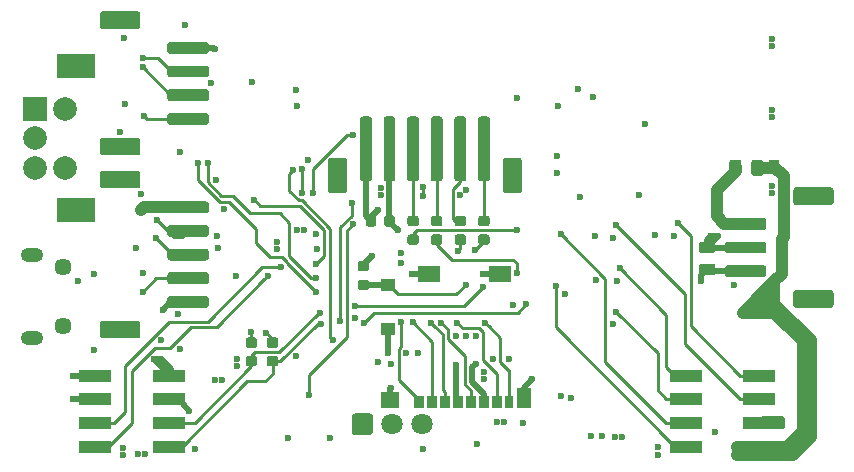
<source format=gbl>
G04 #@! TF.GenerationSoftware,KiCad,Pcbnew,(5.1.5)-3*
G04 #@! TF.CreationDate,2020-08-05T22:49:10+02:00*
G04 #@! TF.ProjectId,Controller,436f6e74-726f-46c6-9c65-722e6b696361,rev?*
G04 #@! TF.SameCoordinates,Original*
G04 #@! TF.FileFunction,Copper,L4,Bot*
G04 #@! TF.FilePolarity,Positive*
%FSLAX46Y46*%
G04 Gerber Fmt 4.6, Leading zero omitted, Abs format (unit mm)*
G04 Created by KiCad (PCBNEW (5.1.5)-3) date 2020-08-05 22:49:10*
%MOMM*%
%LPD*%
G04 APERTURE LIST*
%ADD10C,0.100000*%
%ADD11R,0.900000X1.200000*%
%ADD12R,2.750000X1.000000*%
%ADD13C,1.800000*%
%ADD14R,0.850000X1.100000*%
%ADD15R,0.750000X1.100000*%
%ADD16R,1.170000X1.800000*%
%ADD17R,1.550000X1.350000*%
%ADD18R,1.200000X1.000000*%
%ADD19R,1.900000X1.350000*%
%ADD20C,2.000000*%
%ADD21R,3.200000X2.000000*%
%ADD22R,2.000000X2.000000*%
%ADD23C,1.450000*%
%ADD24O,1.900000X1.200000*%
%ADD25C,0.600000*%
%ADD26C,0.500000*%
%ADD27C,1.000000*%
%ADD28C,0.250000*%
G04 APERTURE END LIST*
G04 #@! TA.AperFunction,SMDPad,CuDef*
D10*
G36*
X153205142Y-103701174D02*
G01*
X153228803Y-103704684D01*
X153252007Y-103710496D01*
X153274529Y-103718554D01*
X153296153Y-103728782D01*
X153316670Y-103741079D01*
X153335883Y-103755329D01*
X153353607Y-103771393D01*
X153369671Y-103789117D01*
X153383921Y-103808330D01*
X153396218Y-103828847D01*
X153406446Y-103850471D01*
X153414504Y-103872993D01*
X153420316Y-103896197D01*
X153423826Y-103919858D01*
X153425000Y-103943750D01*
X153425000Y-104856250D01*
X153423826Y-104880142D01*
X153420316Y-104903803D01*
X153414504Y-104927007D01*
X153406446Y-104949529D01*
X153396218Y-104971153D01*
X153383921Y-104991670D01*
X153369671Y-105010883D01*
X153353607Y-105028607D01*
X153335883Y-105044671D01*
X153316670Y-105058921D01*
X153296153Y-105071218D01*
X153274529Y-105081446D01*
X153252007Y-105089504D01*
X153228803Y-105095316D01*
X153205142Y-105098826D01*
X153181250Y-105100000D01*
X152693750Y-105100000D01*
X152669858Y-105098826D01*
X152646197Y-105095316D01*
X152622993Y-105089504D01*
X152600471Y-105081446D01*
X152578847Y-105071218D01*
X152558330Y-105058921D01*
X152539117Y-105044671D01*
X152521393Y-105028607D01*
X152505329Y-105010883D01*
X152491079Y-104991670D01*
X152478782Y-104971153D01*
X152468554Y-104949529D01*
X152460496Y-104927007D01*
X152454684Y-104903803D01*
X152451174Y-104880142D01*
X152450000Y-104856250D01*
X152450000Y-103943750D01*
X152451174Y-103919858D01*
X152454684Y-103896197D01*
X152460496Y-103872993D01*
X152468554Y-103850471D01*
X152478782Y-103828847D01*
X152491079Y-103808330D01*
X152505329Y-103789117D01*
X152521393Y-103771393D01*
X152539117Y-103755329D01*
X152558330Y-103741079D01*
X152578847Y-103728782D01*
X152600471Y-103718554D01*
X152622993Y-103710496D01*
X152646197Y-103704684D01*
X152669858Y-103701174D01*
X152693750Y-103700000D01*
X153181250Y-103700000D01*
X153205142Y-103701174D01*
G37*
G04 #@! TD.AperFunction*
G04 #@! TA.AperFunction,SMDPad,CuDef*
G36*
X151330142Y-103701174D02*
G01*
X151353803Y-103704684D01*
X151377007Y-103710496D01*
X151399529Y-103718554D01*
X151421153Y-103728782D01*
X151441670Y-103741079D01*
X151460883Y-103755329D01*
X151478607Y-103771393D01*
X151494671Y-103789117D01*
X151508921Y-103808330D01*
X151521218Y-103828847D01*
X151531446Y-103850471D01*
X151539504Y-103872993D01*
X151545316Y-103896197D01*
X151548826Y-103919858D01*
X151550000Y-103943750D01*
X151550000Y-104856250D01*
X151548826Y-104880142D01*
X151545316Y-104903803D01*
X151539504Y-104927007D01*
X151531446Y-104949529D01*
X151521218Y-104971153D01*
X151508921Y-104991670D01*
X151494671Y-105010883D01*
X151478607Y-105028607D01*
X151460883Y-105044671D01*
X151441670Y-105058921D01*
X151421153Y-105071218D01*
X151399529Y-105081446D01*
X151377007Y-105089504D01*
X151353803Y-105095316D01*
X151330142Y-105098826D01*
X151306250Y-105100000D01*
X150818750Y-105100000D01*
X150794858Y-105098826D01*
X150771197Y-105095316D01*
X150747993Y-105089504D01*
X150725471Y-105081446D01*
X150703847Y-105071218D01*
X150683330Y-105058921D01*
X150664117Y-105044671D01*
X150646393Y-105028607D01*
X150630329Y-105010883D01*
X150616079Y-104991670D01*
X150603782Y-104971153D01*
X150593554Y-104949529D01*
X150585496Y-104927007D01*
X150579684Y-104903803D01*
X150576174Y-104880142D01*
X150575000Y-104856250D01*
X150575000Y-103943750D01*
X150576174Y-103919858D01*
X150579684Y-103896197D01*
X150585496Y-103872993D01*
X150593554Y-103850471D01*
X150603782Y-103828847D01*
X150616079Y-103808330D01*
X150630329Y-103789117D01*
X150646393Y-103771393D01*
X150664117Y-103755329D01*
X150683330Y-103741079D01*
X150703847Y-103728782D01*
X150725471Y-103718554D01*
X150747993Y-103710496D01*
X150771197Y-103704684D01*
X150794858Y-103701174D01*
X150818750Y-103700000D01*
X151306250Y-103700000D01*
X151330142Y-103701174D01*
G37*
G04 #@! TD.AperFunction*
D11*
X151100000Y-104300000D03*
X154400000Y-104300000D03*
D12*
X146875000Y-122000000D03*
X153125000Y-122000000D03*
X146875000Y-124000000D03*
X153125000Y-124000000D03*
X146875000Y-126000000D03*
X153125000Y-126000000D03*
X146875000Y-128000000D03*
X153125000Y-128000000D03*
G04 #@! TA.AperFunction,ComponentPad*
D10*
G36*
X120175947Y-125201196D02*
G01*
X120200060Y-125204773D01*
X120223707Y-125210696D01*
X120246659Y-125218908D01*
X120268695Y-125229331D01*
X120289604Y-125241863D01*
X120309183Y-125256384D01*
X120327245Y-125272755D01*
X120343616Y-125290817D01*
X120358137Y-125310396D01*
X120370669Y-125331305D01*
X120381092Y-125353341D01*
X120389304Y-125376293D01*
X120395227Y-125399940D01*
X120398804Y-125424053D01*
X120400000Y-125448400D01*
X120400000Y-126751600D01*
X120398804Y-126775947D01*
X120395227Y-126800060D01*
X120389304Y-126823707D01*
X120381092Y-126846659D01*
X120370669Y-126868695D01*
X120358137Y-126889604D01*
X120343616Y-126909183D01*
X120327245Y-126927245D01*
X120309183Y-126943616D01*
X120289604Y-126958137D01*
X120268695Y-126970669D01*
X120246659Y-126981092D01*
X120223707Y-126989304D01*
X120200060Y-126995227D01*
X120175947Y-126998804D01*
X120151600Y-127000000D01*
X118848400Y-127000000D01*
X118824053Y-126998804D01*
X118799940Y-126995227D01*
X118776293Y-126989304D01*
X118753341Y-126981092D01*
X118731305Y-126970669D01*
X118710396Y-126958137D01*
X118690817Y-126943616D01*
X118672755Y-126927245D01*
X118656384Y-126909183D01*
X118641863Y-126889604D01*
X118629331Y-126868695D01*
X118618908Y-126846659D01*
X118610696Y-126823707D01*
X118604773Y-126800060D01*
X118601196Y-126775947D01*
X118600000Y-126751600D01*
X118600000Y-125448400D01*
X118601196Y-125424053D01*
X118604773Y-125399940D01*
X118610696Y-125376293D01*
X118618908Y-125353341D01*
X118629331Y-125331305D01*
X118641863Y-125310396D01*
X118656384Y-125290817D01*
X118672755Y-125272755D01*
X118690817Y-125256384D01*
X118710396Y-125241863D01*
X118731305Y-125229331D01*
X118753341Y-125218908D01*
X118776293Y-125210696D01*
X118799940Y-125204773D01*
X118824053Y-125201196D01*
X118848400Y-125200000D01*
X120151600Y-125200000D01*
X120175947Y-125201196D01*
G37*
G04 #@! TD.AperFunction*
D13*
X122040000Y-126100000D03*
X124580000Y-126100000D03*
G04 #@! TA.AperFunction,SMDPad,CuDef*
D10*
G36*
X120074504Y-100051204D02*
G01*
X120098773Y-100054804D01*
X120122571Y-100060765D01*
X120145671Y-100069030D01*
X120167849Y-100079520D01*
X120188893Y-100092133D01*
X120208598Y-100106747D01*
X120226777Y-100123223D01*
X120243253Y-100141402D01*
X120257867Y-100161107D01*
X120270480Y-100182151D01*
X120280970Y-100204329D01*
X120289235Y-100227429D01*
X120295196Y-100251227D01*
X120298796Y-100275496D01*
X120300000Y-100300000D01*
X120300000Y-105300000D01*
X120298796Y-105324504D01*
X120295196Y-105348773D01*
X120289235Y-105372571D01*
X120280970Y-105395671D01*
X120270480Y-105417849D01*
X120257867Y-105438893D01*
X120243253Y-105458598D01*
X120226777Y-105476777D01*
X120208598Y-105493253D01*
X120188893Y-105507867D01*
X120167849Y-105520480D01*
X120145671Y-105530970D01*
X120122571Y-105539235D01*
X120098773Y-105545196D01*
X120074504Y-105548796D01*
X120050000Y-105550000D01*
X119550000Y-105550000D01*
X119525496Y-105548796D01*
X119501227Y-105545196D01*
X119477429Y-105539235D01*
X119454329Y-105530970D01*
X119432151Y-105520480D01*
X119411107Y-105507867D01*
X119391402Y-105493253D01*
X119373223Y-105476777D01*
X119356747Y-105458598D01*
X119342133Y-105438893D01*
X119329520Y-105417849D01*
X119319030Y-105395671D01*
X119310765Y-105372571D01*
X119304804Y-105348773D01*
X119301204Y-105324504D01*
X119300000Y-105300000D01*
X119300000Y-100300000D01*
X119301204Y-100275496D01*
X119304804Y-100251227D01*
X119310765Y-100227429D01*
X119319030Y-100204329D01*
X119329520Y-100182151D01*
X119342133Y-100161107D01*
X119356747Y-100141402D01*
X119373223Y-100123223D01*
X119391402Y-100106747D01*
X119411107Y-100092133D01*
X119432151Y-100079520D01*
X119454329Y-100069030D01*
X119477429Y-100060765D01*
X119501227Y-100054804D01*
X119525496Y-100051204D01*
X119550000Y-100050000D01*
X120050000Y-100050000D01*
X120074504Y-100051204D01*
G37*
G04 #@! TD.AperFunction*
G04 #@! TA.AperFunction,SMDPad,CuDef*
G36*
X122074504Y-100051204D02*
G01*
X122098773Y-100054804D01*
X122122571Y-100060765D01*
X122145671Y-100069030D01*
X122167849Y-100079520D01*
X122188893Y-100092133D01*
X122208598Y-100106747D01*
X122226777Y-100123223D01*
X122243253Y-100141402D01*
X122257867Y-100161107D01*
X122270480Y-100182151D01*
X122280970Y-100204329D01*
X122289235Y-100227429D01*
X122295196Y-100251227D01*
X122298796Y-100275496D01*
X122300000Y-100300000D01*
X122300000Y-105300000D01*
X122298796Y-105324504D01*
X122295196Y-105348773D01*
X122289235Y-105372571D01*
X122280970Y-105395671D01*
X122270480Y-105417849D01*
X122257867Y-105438893D01*
X122243253Y-105458598D01*
X122226777Y-105476777D01*
X122208598Y-105493253D01*
X122188893Y-105507867D01*
X122167849Y-105520480D01*
X122145671Y-105530970D01*
X122122571Y-105539235D01*
X122098773Y-105545196D01*
X122074504Y-105548796D01*
X122050000Y-105550000D01*
X121550000Y-105550000D01*
X121525496Y-105548796D01*
X121501227Y-105545196D01*
X121477429Y-105539235D01*
X121454329Y-105530970D01*
X121432151Y-105520480D01*
X121411107Y-105507867D01*
X121391402Y-105493253D01*
X121373223Y-105476777D01*
X121356747Y-105458598D01*
X121342133Y-105438893D01*
X121329520Y-105417849D01*
X121319030Y-105395671D01*
X121310765Y-105372571D01*
X121304804Y-105348773D01*
X121301204Y-105324504D01*
X121300000Y-105300000D01*
X121300000Y-100300000D01*
X121301204Y-100275496D01*
X121304804Y-100251227D01*
X121310765Y-100227429D01*
X121319030Y-100204329D01*
X121329520Y-100182151D01*
X121342133Y-100161107D01*
X121356747Y-100141402D01*
X121373223Y-100123223D01*
X121391402Y-100106747D01*
X121411107Y-100092133D01*
X121432151Y-100079520D01*
X121454329Y-100069030D01*
X121477429Y-100060765D01*
X121501227Y-100054804D01*
X121525496Y-100051204D01*
X121550000Y-100050000D01*
X122050000Y-100050000D01*
X122074504Y-100051204D01*
G37*
G04 #@! TD.AperFunction*
G04 #@! TA.AperFunction,SMDPad,CuDef*
G36*
X124074504Y-100051204D02*
G01*
X124098773Y-100054804D01*
X124122571Y-100060765D01*
X124145671Y-100069030D01*
X124167849Y-100079520D01*
X124188893Y-100092133D01*
X124208598Y-100106747D01*
X124226777Y-100123223D01*
X124243253Y-100141402D01*
X124257867Y-100161107D01*
X124270480Y-100182151D01*
X124280970Y-100204329D01*
X124289235Y-100227429D01*
X124295196Y-100251227D01*
X124298796Y-100275496D01*
X124300000Y-100300000D01*
X124300000Y-105300000D01*
X124298796Y-105324504D01*
X124295196Y-105348773D01*
X124289235Y-105372571D01*
X124280970Y-105395671D01*
X124270480Y-105417849D01*
X124257867Y-105438893D01*
X124243253Y-105458598D01*
X124226777Y-105476777D01*
X124208598Y-105493253D01*
X124188893Y-105507867D01*
X124167849Y-105520480D01*
X124145671Y-105530970D01*
X124122571Y-105539235D01*
X124098773Y-105545196D01*
X124074504Y-105548796D01*
X124050000Y-105550000D01*
X123550000Y-105550000D01*
X123525496Y-105548796D01*
X123501227Y-105545196D01*
X123477429Y-105539235D01*
X123454329Y-105530970D01*
X123432151Y-105520480D01*
X123411107Y-105507867D01*
X123391402Y-105493253D01*
X123373223Y-105476777D01*
X123356747Y-105458598D01*
X123342133Y-105438893D01*
X123329520Y-105417849D01*
X123319030Y-105395671D01*
X123310765Y-105372571D01*
X123304804Y-105348773D01*
X123301204Y-105324504D01*
X123300000Y-105300000D01*
X123300000Y-100300000D01*
X123301204Y-100275496D01*
X123304804Y-100251227D01*
X123310765Y-100227429D01*
X123319030Y-100204329D01*
X123329520Y-100182151D01*
X123342133Y-100161107D01*
X123356747Y-100141402D01*
X123373223Y-100123223D01*
X123391402Y-100106747D01*
X123411107Y-100092133D01*
X123432151Y-100079520D01*
X123454329Y-100069030D01*
X123477429Y-100060765D01*
X123501227Y-100054804D01*
X123525496Y-100051204D01*
X123550000Y-100050000D01*
X124050000Y-100050000D01*
X124074504Y-100051204D01*
G37*
G04 #@! TD.AperFunction*
G04 #@! TA.AperFunction,SMDPad,CuDef*
G36*
X126074504Y-100051204D02*
G01*
X126098773Y-100054804D01*
X126122571Y-100060765D01*
X126145671Y-100069030D01*
X126167849Y-100079520D01*
X126188893Y-100092133D01*
X126208598Y-100106747D01*
X126226777Y-100123223D01*
X126243253Y-100141402D01*
X126257867Y-100161107D01*
X126270480Y-100182151D01*
X126280970Y-100204329D01*
X126289235Y-100227429D01*
X126295196Y-100251227D01*
X126298796Y-100275496D01*
X126300000Y-100300000D01*
X126300000Y-105300000D01*
X126298796Y-105324504D01*
X126295196Y-105348773D01*
X126289235Y-105372571D01*
X126280970Y-105395671D01*
X126270480Y-105417849D01*
X126257867Y-105438893D01*
X126243253Y-105458598D01*
X126226777Y-105476777D01*
X126208598Y-105493253D01*
X126188893Y-105507867D01*
X126167849Y-105520480D01*
X126145671Y-105530970D01*
X126122571Y-105539235D01*
X126098773Y-105545196D01*
X126074504Y-105548796D01*
X126050000Y-105550000D01*
X125550000Y-105550000D01*
X125525496Y-105548796D01*
X125501227Y-105545196D01*
X125477429Y-105539235D01*
X125454329Y-105530970D01*
X125432151Y-105520480D01*
X125411107Y-105507867D01*
X125391402Y-105493253D01*
X125373223Y-105476777D01*
X125356747Y-105458598D01*
X125342133Y-105438893D01*
X125329520Y-105417849D01*
X125319030Y-105395671D01*
X125310765Y-105372571D01*
X125304804Y-105348773D01*
X125301204Y-105324504D01*
X125300000Y-105300000D01*
X125300000Y-100300000D01*
X125301204Y-100275496D01*
X125304804Y-100251227D01*
X125310765Y-100227429D01*
X125319030Y-100204329D01*
X125329520Y-100182151D01*
X125342133Y-100161107D01*
X125356747Y-100141402D01*
X125373223Y-100123223D01*
X125391402Y-100106747D01*
X125411107Y-100092133D01*
X125432151Y-100079520D01*
X125454329Y-100069030D01*
X125477429Y-100060765D01*
X125501227Y-100054804D01*
X125525496Y-100051204D01*
X125550000Y-100050000D01*
X126050000Y-100050000D01*
X126074504Y-100051204D01*
G37*
G04 #@! TD.AperFunction*
G04 #@! TA.AperFunction,SMDPad,CuDef*
G36*
X128074504Y-100051204D02*
G01*
X128098773Y-100054804D01*
X128122571Y-100060765D01*
X128145671Y-100069030D01*
X128167849Y-100079520D01*
X128188893Y-100092133D01*
X128208598Y-100106747D01*
X128226777Y-100123223D01*
X128243253Y-100141402D01*
X128257867Y-100161107D01*
X128270480Y-100182151D01*
X128280970Y-100204329D01*
X128289235Y-100227429D01*
X128295196Y-100251227D01*
X128298796Y-100275496D01*
X128300000Y-100300000D01*
X128300000Y-105300000D01*
X128298796Y-105324504D01*
X128295196Y-105348773D01*
X128289235Y-105372571D01*
X128280970Y-105395671D01*
X128270480Y-105417849D01*
X128257867Y-105438893D01*
X128243253Y-105458598D01*
X128226777Y-105476777D01*
X128208598Y-105493253D01*
X128188893Y-105507867D01*
X128167849Y-105520480D01*
X128145671Y-105530970D01*
X128122571Y-105539235D01*
X128098773Y-105545196D01*
X128074504Y-105548796D01*
X128050000Y-105550000D01*
X127550000Y-105550000D01*
X127525496Y-105548796D01*
X127501227Y-105545196D01*
X127477429Y-105539235D01*
X127454329Y-105530970D01*
X127432151Y-105520480D01*
X127411107Y-105507867D01*
X127391402Y-105493253D01*
X127373223Y-105476777D01*
X127356747Y-105458598D01*
X127342133Y-105438893D01*
X127329520Y-105417849D01*
X127319030Y-105395671D01*
X127310765Y-105372571D01*
X127304804Y-105348773D01*
X127301204Y-105324504D01*
X127300000Y-105300000D01*
X127300000Y-100300000D01*
X127301204Y-100275496D01*
X127304804Y-100251227D01*
X127310765Y-100227429D01*
X127319030Y-100204329D01*
X127329520Y-100182151D01*
X127342133Y-100161107D01*
X127356747Y-100141402D01*
X127373223Y-100123223D01*
X127391402Y-100106747D01*
X127411107Y-100092133D01*
X127432151Y-100079520D01*
X127454329Y-100069030D01*
X127477429Y-100060765D01*
X127501227Y-100054804D01*
X127525496Y-100051204D01*
X127550000Y-100050000D01*
X128050000Y-100050000D01*
X128074504Y-100051204D01*
G37*
G04 #@! TD.AperFunction*
G04 #@! TA.AperFunction,SMDPad,CuDef*
G36*
X130074504Y-100051204D02*
G01*
X130098773Y-100054804D01*
X130122571Y-100060765D01*
X130145671Y-100069030D01*
X130167849Y-100079520D01*
X130188893Y-100092133D01*
X130208598Y-100106747D01*
X130226777Y-100123223D01*
X130243253Y-100141402D01*
X130257867Y-100161107D01*
X130270480Y-100182151D01*
X130280970Y-100204329D01*
X130289235Y-100227429D01*
X130295196Y-100251227D01*
X130298796Y-100275496D01*
X130300000Y-100300000D01*
X130300000Y-105300000D01*
X130298796Y-105324504D01*
X130295196Y-105348773D01*
X130289235Y-105372571D01*
X130280970Y-105395671D01*
X130270480Y-105417849D01*
X130257867Y-105438893D01*
X130243253Y-105458598D01*
X130226777Y-105476777D01*
X130208598Y-105493253D01*
X130188893Y-105507867D01*
X130167849Y-105520480D01*
X130145671Y-105530970D01*
X130122571Y-105539235D01*
X130098773Y-105545196D01*
X130074504Y-105548796D01*
X130050000Y-105550000D01*
X129550000Y-105550000D01*
X129525496Y-105548796D01*
X129501227Y-105545196D01*
X129477429Y-105539235D01*
X129454329Y-105530970D01*
X129432151Y-105520480D01*
X129411107Y-105507867D01*
X129391402Y-105493253D01*
X129373223Y-105476777D01*
X129356747Y-105458598D01*
X129342133Y-105438893D01*
X129329520Y-105417849D01*
X129319030Y-105395671D01*
X129310765Y-105372571D01*
X129304804Y-105348773D01*
X129301204Y-105324504D01*
X129300000Y-105300000D01*
X129300000Y-100300000D01*
X129301204Y-100275496D01*
X129304804Y-100251227D01*
X129310765Y-100227429D01*
X129319030Y-100204329D01*
X129329520Y-100182151D01*
X129342133Y-100161107D01*
X129356747Y-100141402D01*
X129373223Y-100123223D01*
X129391402Y-100106747D01*
X129411107Y-100092133D01*
X129432151Y-100079520D01*
X129454329Y-100069030D01*
X129477429Y-100060765D01*
X129501227Y-100054804D01*
X129525496Y-100051204D01*
X129550000Y-100050000D01*
X130050000Y-100050000D01*
X130074504Y-100051204D01*
G37*
G04 #@! TD.AperFunction*
G04 #@! TA.AperFunction,SMDPad,CuDef*
G36*
X117974504Y-103551204D02*
G01*
X117998773Y-103554804D01*
X118022571Y-103560765D01*
X118045671Y-103569030D01*
X118067849Y-103579520D01*
X118088893Y-103592133D01*
X118108598Y-103606747D01*
X118126777Y-103623223D01*
X118143253Y-103641402D01*
X118157867Y-103661107D01*
X118170480Y-103682151D01*
X118180970Y-103704329D01*
X118189235Y-103727429D01*
X118195196Y-103751227D01*
X118198796Y-103775496D01*
X118200000Y-103800000D01*
X118200000Y-106300000D01*
X118198796Y-106324504D01*
X118195196Y-106348773D01*
X118189235Y-106372571D01*
X118180970Y-106395671D01*
X118170480Y-106417849D01*
X118157867Y-106438893D01*
X118143253Y-106458598D01*
X118126777Y-106476777D01*
X118108598Y-106493253D01*
X118088893Y-106507867D01*
X118067849Y-106520480D01*
X118045671Y-106530970D01*
X118022571Y-106539235D01*
X117998773Y-106545196D01*
X117974504Y-106548796D01*
X117950000Y-106550000D01*
X116850000Y-106550000D01*
X116825496Y-106548796D01*
X116801227Y-106545196D01*
X116777429Y-106539235D01*
X116754329Y-106530970D01*
X116732151Y-106520480D01*
X116711107Y-106507867D01*
X116691402Y-106493253D01*
X116673223Y-106476777D01*
X116656747Y-106458598D01*
X116642133Y-106438893D01*
X116629520Y-106417849D01*
X116619030Y-106395671D01*
X116610765Y-106372571D01*
X116604804Y-106348773D01*
X116601204Y-106324504D01*
X116600000Y-106300000D01*
X116600000Y-103800000D01*
X116601204Y-103775496D01*
X116604804Y-103751227D01*
X116610765Y-103727429D01*
X116619030Y-103704329D01*
X116629520Y-103682151D01*
X116642133Y-103661107D01*
X116656747Y-103641402D01*
X116673223Y-103623223D01*
X116691402Y-103606747D01*
X116711107Y-103592133D01*
X116732151Y-103579520D01*
X116754329Y-103569030D01*
X116777429Y-103560765D01*
X116801227Y-103554804D01*
X116825496Y-103551204D01*
X116850000Y-103550000D01*
X117950000Y-103550000D01*
X117974504Y-103551204D01*
G37*
G04 #@! TD.AperFunction*
G04 #@! TA.AperFunction,SMDPad,CuDef*
G36*
X132774504Y-103551204D02*
G01*
X132798773Y-103554804D01*
X132822571Y-103560765D01*
X132845671Y-103569030D01*
X132867849Y-103579520D01*
X132888893Y-103592133D01*
X132908598Y-103606747D01*
X132926777Y-103623223D01*
X132943253Y-103641402D01*
X132957867Y-103661107D01*
X132970480Y-103682151D01*
X132980970Y-103704329D01*
X132989235Y-103727429D01*
X132995196Y-103751227D01*
X132998796Y-103775496D01*
X133000000Y-103800000D01*
X133000000Y-106300000D01*
X132998796Y-106324504D01*
X132995196Y-106348773D01*
X132989235Y-106372571D01*
X132980970Y-106395671D01*
X132970480Y-106417849D01*
X132957867Y-106438893D01*
X132943253Y-106458598D01*
X132926777Y-106476777D01*
X132908598Y-106493253D01*
X132888893Y-106507867D01*
X132867849Y-106520480D01*
X132845671Y-106530970D01*
X132822571Y-106539235D01*
X132798773Y-106545196D01*
X132774504Y-106548796D01*
X132750000Y-106550000D01*
X131650000Y-106550000D01*
X131625496Y-106548796D01*
X131601227Y-106545196D01*
X131577429Y-106539235D01*
X131554329Y-106530970D01*
X131532151Y-106520480D01*
X131511107Y-106507867D01*
X131491402Y-106493253D01*
X131473223Y-106476777D01*
X131456747Y-106458598D01*
X131442133Y-106438893D01*
X131429520Y-106417849D01*
X131419030Y-106395671D01*
X131410765Y-106372571D01*
X131404804Y-106348773D01*
X131401204Y-106324504D01*
X131400000Y-106300000D01*
X131400000Y-103800000D01*
X131401204Y-103775496D01*
X131404804Y-103751227D01*
X131410765Y-103727429D01*
X131419030Y-103704329D01*
X131429520Y-103682151D01*
X131442133Y-103661107D01*
X131456747Y-103641402D01*
X131473223Y-103623223D01*
X131491402Y-103606747D01*
X131511107Y-103592133D01*
X131532151Y-103579520D01*
X131554329Y-103569030D01*
X131577429Y-103560765D01*
X131601227Y-103554804D01*
X131625496Y-103551204D01*
X131650000Y-103550000D01*
X132750000Y-103550000D01*
X132774504Y-103551204D01*
G37*
G04 #@! TD.AperFunction*
G04 #@! TA.AperFunction,SMDPad,CuDef*
G36*
X119877691Y-113863553D02*
G01*
X119898926Y-113866703D01*
X119919750Y-113871919D01*
X119939962Y-113879151D01*
X119959368Y-113888330D01*
X119977781Y-113899366D01*
X119995024Y-113912154D01*
X120010930Y-113926570D01*
X120025346Y-113942476D01*
X120038134Y-113959719D01*
X120049170Y-113978132D01*
X120058349Y-113997538D01*
X120065581Y-114017750D01*
X120070797Y-114038574D01*
X120073947Y-114059809D01*
X120075000Y-114081250D01*
X120075000Y-114518750D01*
X120073947Y-114540191D01*
X120070797Y-114561426D01*
X120065581Y-114582250D01*
X120058349Y-114602462D01*
X120049170Y-114621868D01*
X120038134Y-114640281D01*
X120025346Y-114657524D01*
X120010930Y-114673430D01*
X119995024Y-114687846D01*
X119977781Y-114700634D01*
X119959368Y-114711670D01*
X119939962Y-114720849D01*
X119919750Y-114728081D01*
X119898926Y-114733297D01*
X119877691Y-114736447D01*
X119856250Y-114737500D01*
X119343750Y-114737500D01*
X119322309Y-114736447D01*
X119301074Y-114733297D01*
X119280250Y-114728081D01*
X119260038Y-114720849D01*
X119240632Y-114711670D01*
X119222219Y-114700634D01*
X119204976Y-114687846D01*
X119189070Y-114673430D01*
X119174654Y-114657524D01*
X119161866Y-114640281D01*
X119150830Y-114621868D01*
X119141651Y-114602462D01*
X119134419Y-114582250D01*
X119129203Y-114561426D01*
X119126053Y-114540191D01*
X119125000Y-114518750D01*
X119125000Y-114081250D01*
X119126053Y-114059809D01*
X119129203Y-114038574D01*
X119134419Y-114017750D01*
X119141651Y-113997538D01*
X119150830Y-113978132D01*
X119161866Y-113959719D01*
X119174654Y-113942476D01*
X119189070Y-113926570D01*
X119204976Y-113912154D01*
X119222219Y-113899366D01*
X119240632Y-113888330D01*
X119260038Y-113879151D01*
X119280250Y-113871919D01*
X119301074Y-113866703D01*
X119322309Y-113863553D01*
X119343750Y-113862500D01*
X119856250Y-113862500D01*
X119877691Y-113863553D01*
G37*
G04 #@! TD.AperFunction*
G04 #@! TA.AperFunction,SMDPad,CuDef*
G36*
X119877691Y-112288553D02*
G01*
X119898926Y-112291703D01*
X119919750Y-112296919D01*
X119939962Y-112304151D01*
X119959368Y-112313330D01*
X119977781Y-112324366D01*
X119995024Y-112337154D01*
X120010930Y-112351570D01*
X120025346Y-112367476D01*
X120038134Y-112384719D01*
X120049170Y-112403132D01*
X120058349Y-112422538D01*
X120065581Y-112442750D01*
X120070797Y-112463574D01*
X120073947Y-112484809D01*
X120075000Y-112506250D01*
X120075000Y-112943750D01*
X120073947Y-112965191D01*
X120070797Y-112986426D01*
X120065581Y-113007250D01*
X120058349Y-113027462D01*
X120049170Y-113046868D01*
X120038134Y-113065281D01*
X120025346Y-113082524D01*
X120010930Y-113098430D01*
X119995024Y-113112846D01*
X119977781Y-113125634D01*
X119959368Y-113136670D01*
X119939962Y-113145849D01*
X119919750Y-113153081D01*
X119898926Y-113158297D01*
X119877691Y-113161447D01*
X119856250Y-113162500D01*
X119343750Y-113162500D01*
X119322309Y-113161447D01*
X119301074Y-113158297D01*
X119280250Y-113153081D01*
X119260038Y-113145849D01*
X119240632Y-113136670D01*
X119222219Y-113125634D01*
X119204976Y-113112846D01*
X119189070Y-113098430D01*
X119174654Y-113082524D01*
X119161866Y-113065281D01*
X119150830Y-113046868D01*
X119141651Y-113027462D01*
X119134419Y-113007250D01*
X119129203Y-112986426D01*
X119126053Y-112965191D01*
X119125000Y-112943750D01*
X119125000Y-112506250D01*
X119126053Y-112484809D01*
X119129203Y-112463574D01*
X119134419Y-112442750D01*
X119141651Y-112422538D01*
X119150830Y-112403132D01*
X119161866Y-112384719D01*
X119174654Y-112367476D01*
X119189070Y-112351570D01*
X119204976Y-112337154D01*
X119222219Y-112324366D01*
X119240632Y-112313330D01*
X119260038Y-112304151D01*
X119280250Y-112296919D01*
X119301074Y-112291703D01*
X119322309Y-112288553D01*
X119343750Y-112287500D01*
X119856250Y-112287500D01*
X119877691Y-112288553D01*
G37*
G04 #@! TD.AperFunction*
D14*
X124300000Y-124200000D03*
D15*
X131950000Y-124200000D03*
D14*
X125400000Y-124200000D03*
X126500000Y-124200000D03*
X127600000Y-124200000D03*
X128700000Y-124200000D03*
X129800000Y-124200000D03*
X130900000Y-124200000D03*
D16*
X133160000Y-123850000D03*
D17*
X121840000Y-124075000D03*
D18*
X121665000Y-114350000D03*
X121665000Y-118050000D03*
D19*
X125165000Y-113375000D03*
X131135000Y-113375000D03*
G04 #@! TA.AperFunction,SMDPad,CuDef*
D10*
G36*
X100474504Y-91151204D02*
G01*
X100498773Y-91154804D01*
X100522571Y-91160765D01*
X100545671Y-91169030D01*
X100567849Y-91179520D01*
X100588893Y-91192133D01*
X100608598Y-91206747D01*
X100626777Y-91223223D01*
X100643253Y-91241402D01*
X100657867Y-91261107D01*
X100670480Y-91282151D01*
X100680970Y-91304329D01*
X100689235Y-91327429D01*
X100695196Y-91351227D01*
X100698796Y-91375496D01*
X100700000Y-91400000D01*
X100700000Y-92400000D01*
X100698796Y-92424504D01*
X100695196Y-92448773D01*
X100689235Y-92472571D01*
X100680970Y-92495671D01*
X100670480Y-92517849D01*
X100657867Y-92538893D01*
X100643253Y-92558598D01*
X100626777Y-92576777D01*
X100608598Y-92593253D01*
X100588893Y-92607867D01*
X100567849Y-92620480D01*
X100545671Y-92630970D01*
X100522571Y-92639235D01*
X100498773Y-92645196D01*
X100474504Y-92648796D01*
X100450000Y-92650000D01*
X97550000Y-92650000D01*
X97525496Y-92648796D01*
X97501227Y-92645196D01*
X97477429Y-92639235D01*
X97454329Y-92630970D01*
X97432151Y-92620480D01*
X97411107Y-92607867D01*
X97391402Y-92593253D01*
X97373223Y-92576777D01*
X97356747Y-92558598D01*
X97342133Y-92538893D01*
X97329520Y-92517849D01*
X97319030Y-92495671D01*
X97310765Y-92472571D01*
X97304804Y-92448773D01*
X97301204Y-92424504D01*
X97300000Y-92400000D01*
X97300000Y-91400000D01*
X97301204Y-91375496D01*
X97304804Y-91351227D01*
X97310765Y-91327429D01*
X97319030Y-91304329D01*
X97329520Y-91282151D01*
X97342133Y-91261107D01*
X97356747Y-91241402D01*
X97373223Y-91223223D01*
X97391402Y-91206747D01*
X97411107Y-91192133D01*
X97432151Y-91179520D01*
X97454329Y-91169030D01*
X97477429Y-91160765D01*
X97501227Y-91154804D01*
X97525496Y-91151204D01*
X97550000Y-91150000D01*
X100450000Y-91150000D01*
X100474504Y-91151204D01*
G37*
G04 #@! TD.AperFunction*
G04 #@! TA.AperFunction,SMDPad,CuDef*
G36*
X100474504Y-101851204D02*
G01*
X100498773Y-101854804D01*
X100522571Y-101860765D01*
X100545671Y-101869030D01*
X100567849Y-101879520D01*
X100588893Y-101892133D01*
X100608598Y-101906747D01*
X100626777Y-101923223D01*
X100643253Y-101941402D01*
X100657867Y-101961107D01*
X100670480Y-101982151D01*
X100680970Y-102004329D01*
X100689235Y-102027429D01*
X100695196Y-102051227D01*
X100698796Y-102075496D01*
X100700000Y-102100000D01*
X100700000Y-103100000D01*
X100698796Y-103124504D01*
X100695196Y-103148773D01*
X100689235Y-103172571D01*
X100680970Y-103195671D01*
X100670480Y-103217849D01*
X100657867Y-103238893D01*
X100643253Y-103258598D01*
X100626777Y-103276777D01*
X100608598Y-103293253D01*
X100588893Y-103307867D01*
X100567849Y-103320480D01*
X100545671Y-103330970D01*
X100522571Y-103339235D01*
X100498773Y-103345196D01*
X100474504Y-103348796D01*
X100450000Y-103350000D01*
X97550000Y-103350000D01*
X97525496Y-103348796D01*
X97501227Y-103345196D01*
X97477429Y-103339235D01*
X97454329Y-103330970D01*
X97432151Y-103320480D01*
X97411107Y-103307867D01*
X97391402Y-103293253D01*
X97373223Y-103276777D01*
X97356747Y-103258598D01*
X97342133Y-103238893D01*
X97329520Y-103217849D01*
X97319030Y-103195671D01*
X97310765Y-103172571D01*
X97304804Y-103148773D01*
X97301204Y-103124504D01*
X97300000Y-103100000D01*
X97300000Y-102100000D01*
X97301204Y-102075496D01*
X97304804Y-102051227D01*
X97310765Y-102027429D01*
X97319030Y-102004329D01*
X97329520Y-101982151D01*
X97342133Y-101961107D01*
X97356747Y-101941402D01*
X97373223Y-101923223D01*
X97391402Y-101906747D01*
X97411107Y-101892133D01*
X97432151Y-101879520D01*
X97454329Y-101869030D01*
X97477429Y-101860765D01*
X97501227Y-101854804D01*
X97525496Y-101851204D01*
X97550000Y-101850000D01*
X100450000Y-101850000D01*
X100474504Y-101851204D01*
G37*
G04 #@! TD.AperFunction*
G04 #@! TA.AperFunction,SMDPad,CuDef*
G36*
X106274504Y-93751204D02*
G01*
X106298773Y-93754804D01*
X106322571Y-93760765D01*
X106345671Y-93769030D01*
X106367849Y-93779520D01*
X106388893Y-93792133D01*
X106408598Y-93806747D01*
X106426777Y-93823223D01*
X106443253Y-93841402D01*
X106457867Y-93861107D01*
X106470480Y-93882151D01*
X106480970Y-93904329D01*
X106489235Y-93927429D01*
X106495196Y-93951227D01*
X106498796Y-93975496D01*
X106500000Y-94000000D01*
X106500000Y-94500000D01*
X106498796Y-94524504D01*
X106495196Y-94548773D01*
X106489235Y-94572571D01*
X106480970Y-94595671D01*
X106470480Y-94617849D01*
X106457867Y-94638893D01*
X106443253Y-94658598D01*
X106426777Y-94676777D01*
X106408598Y-94693253D01*
X106388893Y-94707867D01*
X106367849Y-94720480D01*
X106345671Y-94730970D01*
X106322571Y-94739235D01*
X106298773Y-94745196D01*
X106274504Y-94748796D01*
X106250000Y-94750000D01*
X103250000Y-94750000D01*
X103225496Y-94748796D01*
X103201227Y-94745196D01*
X103177429Y-94739235D01*
X103154329Y-94730970D01*
X103132151Y-94720480D01*
X103111107Y-94707867D01*
X103091402Y-94693253D01*
X103073223Y-94676777D01*
X103056747Y-94658598D01*
X103042133Y-94638893D01*
X103029520Y-94617849D01*
X103019030Y-94595671D01*
X103010765Y-94572571D01*
X103004804Y-94548773D01*
X103001204Y-94524504D01*
X103000000Y-94500000D01*
X103000000Y-94000000D01*
X103001204Y-93975496D01*
X103004804Y-93951227D01*
X103010765Y-93927429D01*
X103019030Y-93904329D01*
X103029520Y-93882151D01*
X103042133Y-93861107D01*
X103056747Y-93841402D01*
X103073223Y-93823223D01*
X103091402Y-93806747D01*
X103111107Y-93792133D01*
X103132151Y-93779520D01*
X103154329Y-93769030D01*
X103177429Y-93760765D01*
X103201227Y-93754804D01*
X103225496Y-93751204D01*
X103250000Y-93750000D01*
X106250000Y-93750000D01*
X106274504Y-93751204D01*
G37*
G04 #@! TD.AperFunction*
G04 #@! TA.AperFunction,SMDPad,CuDef*
G36*
X106274504Y-95751204D02*
G01*
X106298773Y-95754804D01*
X106322571Y-95760765D01*
X106345671Y-95769030D01*
X106367849Y-95779520D01*
X106388893Y-95792133D01*
X106408598Y-95806747D01*
X106426777Y-95823223D01*
X106443253Y-95841402D01*
X106457867Y-95861107D01*
X106470480Y-95882151D01*
X106480970Y-95904329D01*
X106489235Y-95927429D01*
X106495196Y-95951227D01*
X106498796Y-95975496D01*
X106500000Y-96000000D01*
X106500000Y-96500000D01*
X106498796Y-96524504D01*
X106495196Y-96548773D01*
X106489235Y-96572571D01*
X106480970Y-96595671D01*
X106470480Y-96617849D01*
X106457867Y-96638893D01*
X106443253Y-96658598D01*
X106426777Y-96676777D01*
X106408598Y-96693253D01*
X106388893Y-96707867D01*
X106367849Y-96720480D01*
X106345671Y-96730970D01*
X106322571Y-96739235D01*
X106298773Y-96745196D01*
X106274504Y-96748796D01*
X106250000Y-96750000D01*
X103250000Y-96750000D01*
X103225496Y-96748796D01*
X103201227Y-96745196D01*
X103177429Y-96739235D01*
X103154329Y-96730970D01*
X103132151Y-96720480D01*
X103111107Y-96707867D01*
X103091402Y-96693253D01*
X103073223Y-96676777D01*
X103056747Y-96658598D01*
X103042133Y-96638893D01*
X103029520Y-96617849D01*
X103019030Y-96595671D01*
X103010765Y-96572571D01*
X103004804Y-96548773D01*
X103001204Y-96524504D01*
X103000000Y-96500000D01*
X103000000Y-96000000D01*
X103001204Y-95975496D01*
X103004804Y-95951227D01*
X103010765Y-95927429D01*
X103019030Y-95904329D01*
X103029520Y-95882151D01*
X103042133Y-95861107D01*
X103056747Y-95841402D01*
X103073223Y-95823223D01*
X103091402Y-95806747D01*
X103111107Y-95792133D01*
X103132151Y-95779520D01*
X103154329Y-95769030D01*
X103177429Y-95760765D01*
X103201227Y-95754804D01*
X103225496Y-95751204D01*
X103250000Y-95750000D01*
X106250000Y-95750000D01*
X106274504Y-95751204D01*
G37*
G04 #@! TD.AperFunction*
G04 #@! TA.AperFunction,SMDPad,CuDef*
G36*
X106274504Y-97751204D02*
G01*
X106298773Y-97754804D01*
X106322571Y-97760765D01*
X106345671Y-97769030D01*
X106367849Y-97779520D01*
X106388893Y-97792133D01*
X106408598Y-97806747D01*
X106426777Y-97823223D01*
X106443253Y-97841402D01*
X106457867Y-97861107D01*
X106470480Y-97882151D01*
X106480970Y-97904329D01*
X106489235Y-97927429D01*
X106495196Y-97951227D01*
X106498796Y-97975496D01*
X106500000Y-98000000D01*
X106500000Y-98500000D01*
X106498796Y-98524504D01*
X106495196Y-98548773D01*
X106489235Y-98572571D01*
X106480970Y-98595671D01*
X106470480Y-98617849D01*
X106457867Y-98638893D01*
X106443253Y-98658598D01*
X106426777Y-98676777D01*
X106408598Y-98693253D01*
X106388893Y-98707867D01*
X106367849Y-98720480D01*
X106345671Y-98730970D01*
X106322571Y-98739235D01*
X106298773Y-98745196D01*
X106274504Y-98748796D01*
X106250000Y-98750000D01*
X103250000Y-98750000D01*
X103225496Y-98748796D01*
X103201227Y-98745196D01*
X103177429Y-98739235D01*
X103154329Y-98730970D01*
X103132151Y-98720480D01*
X103111107Y-98707867D01*
X103091402Y-98693253D01*
X103073223Y-98676777D01*
X103056747Y-98658598D01*
X103042133Y-98638893D01*
X103029520Y-98617849D01*
X103019030Y-98595671D01*
X103010765Y-98572571D01*
X103004804Y-98548773D01*
X103001204Y-98524504D01*
X103000000Y-98500000D01*
X103000000Y-98000000D01*
X103001204Y-97975496D01*
X103004804Y-97951227D01*
X103010765Y-97927429D01*
X103019030Y-97904329D01*
X103029520Y-97882151D01*
X103042133Y-97861107D01*
X103056747Y-97841402D01*
X103073223Y-97823223D01*
X103091402Y-97806747D01*
X103111107Y-97792133D01*
X103132151Y-97779520D01*
X103154329Y-97769030D01*
X103177429Y-97760765D01*
X103201227Y-97754804D01*
X103225496Y-97751204D01*
X103250000Y-97750000D01*
X106250000Y-97750000D01*
X106274504Y-97751204D01*
G37*
G04 #@! TD.AperFunction*
G04 #@! TA.AperFunction,SMDPad,CuDef*
G36*
X106274504Y-99751204D02*
G01*
X106298773Y-99754804D01*
X106322571Y-99760765D01*
X106345671Y-99769030D01*
X106367849Y-99779520D01*
X106388893Y-99792133D01*
X106408598Y-99806747D01*
X106426777Y-99823223D01*
X106443253Y-99841402D01*
X106457867Y-99861107D01*
X106470480Y-99882151D01*
X106480970Y-99904329D01*
X106489235Y-99927429D01*
X106495196Y-99951227D01*
X106498796Y-99975496D01*
X106500000Y-100000000D01*
X106500000Y-100500000D01*
X106498796Y-100524504D01*
X106495196Y-100548773D01*
X106489235Y-100572571D01*
X106480970Y-100595671D01*
X106470480Y-100617849D01*
X106457867Y-100638893D01*
X106443253Y-100658598D01*
X106426777Y-100676777D01*
X106408598Y-100693253D01*
X106388893Y-100707867D01*
X106367849Y-100720480D01*
X106345671Y-100730970D01*
X106322571Y-100739235D01*
X106298773Y-100745196D01*
X106274504Y-100748796D01*
X106250000Y-100750000D01*
X103250000Y-100750000D01*
X103225496Y-100748796D01*
X103201227Y-100745196D01*
X103177429Y-100739235D01*
X103154329Y-100730970D01*
X103132151Y-100720480D01*
X103111107Y-100707867D01*
X103091402Y-100693253D01*
X103073223Y-100676777D01*
X103056747Y-100658598D01*
X103042133Y-100638893D01*
X103029520Y-100617849D01*
X103019030Y-100595671D01*
X103010765Y-100572571D01*
X103004804Y-100548773D01*
X103001204Y-100524504D01*
X103000000Y-100500000D01*
X103000000Y-100000000D01*
X103001204Y-99975496D01*
X103004804Y-99951227D01*
X103010765Y-99927429D01*
X103019030Y-99904329D01*
X103029520Y-99882151D01*
X103042133Y-99861107D01*
X103056747Y-99841402D01*
X103073223Y-99823223D01*
X103091402Y-99806747D01*
X103111107Y-99792133D01*
X103132151Y-99779520D01*
X103154329Y-99769030D01*
X103177429Y-99760765D01*
X103201227Y-99754804D01*
X103225496Y-99751204D01*
X103250000Y-99750000D01*
X106250000Y-99750000D01*
X106274504Y-99751204D01*
G37*
G04 #@! TD.AperFunction*
G04 #@! TA.AperFunction,SMDPad,CuDef*
G36*
X120465191Y-108426053D02*
G01*
X120486426Y-108429203D01*
X120507250Y-108434419D01*
X120527462Y-108441651D01*
X120546868Y-108450830D01*
X120565281Y-108461866D01*
X120582524Y-108474654D01*
X120598430Y-108489070D01*
X120612846Y-108504976D01*
X120625634Y-108522219D01*
X120636670Y-108540632D01*
X120645849Y-108560038D01*
X120653081Y-108580250D01*
X120658297Y-108601074D01*
X120661447Y-108622309D01*
X120662500Y-108643750D01*
X120662500Y-109156250D01*
X120661447Y-109177691D01*
X120658297Y-109198926D01*
X120653081Y-109219750D01*
X120645849Y-109239962D01*
X120636670Y-109259368D01*
X120625634Y-109277781D01*
X120612846Y-109295024D01*
X120598430Y-109310930D01*
X120582524Y-109325346D01*
X120565281Y-109338134D01*
X120546868Y-109349170D01*
X120527462Y-109358349D01*
X120507250Y-109365581D01*
X120486426Y-109370797D01*
X120465191Y-109373947D01*
X120443750Y-109375000D01*
X120006250Y-109375000D01*
X119984809Y-109373947D01*
X119963574Y-109370797D01*
X119942750Y-109365581D01*
X119922538Y-109358349D01*
X119903132Y-109349170D01*
X119884719Y-109338134D01*
X119867476Y-109325346D01*
X119851570Y-109310930D01*
X119837154Y-109295024D01*
X119824366Y-109277781D01*
X119813330Y-109259368D01*
X119804151Y-109239962D01*
X119796919Y-109219750D01*
X119791703Y-109198926D01*
X119788553Y-109177691D01*
X119787500Y-109156250D01*
X119787500Y-108643750D01*
X119788553Y-108622309D01*
X119791703Y-108601074D01*
X119796919Y-108580250D01*
X119804151Y-108560038D01*
X119813330Y-108540632D01*
X119824366Y-108522219D01*
X119837154Y-108504976D01*
X119851570Y-108489070D01*
X119867476Y-108474654D01*
X119884719Y-108461866D01*
X119903132Y-108450830D01*
X119922538Y-108441651D01*
X119942750Y-108434419D01*
X119963574Y-108429203D01*
X119984809Y-108426053D01*
X120006250Y-108425000D01*
X120443750Y-108425000D01*
X120465191Y-108426053D01*
G37*
G04 #@! TD.AperFunction*
G04 #@! TA.AperFunction,SMDPad,CuDef*
G36*
X122040191Y-108426053D02*
G01*
X122061426Y-108429203D01*
X122082250Y-108434419D01*
X122102462Y-108441651D01*
X122121868Y-108450830D01*
X122140281Y-108461866D01*
X122157524Y-108474654D01*
X122173430Y-108489070D01*
X122187846Y-108504976D01*
X122200634Y-108522219D01*
X122211670Y-108540632D01*
X122220849Y-108560038D01*
X122228081Y-108580250D01*
X122233297Y-108601074D01*
X122236447Y-108622309D01*
X122237500Y-108643750D01*
X122237500Y-109156250D01*
X122236447Y-109177691D01*
X122233297Y-109198926D01*
X122228081Y-109219750D01*
X122220849Y-109239962D01*
X122211670Y-109259368D01*
X122200634Y-109277781D01*
X122187846Y-109295024D01*
X122173430Y-109310930D01*
X122157524Y-109325346D01*
X122140281Y-109338134D01*
X122121868Y-109349170D01*
X122102462Y-109358349D01*
X122082250Y-109365581D01*
X122061426Y-109370797D01*
X122040191Y-109373947D01*
X122018750Y-109375000D01*
X121581250Y-109375000D01*
X121559809Y-109373947D01*
X121538574Y-109370797D01*
X121517750Y-109365581D01*
X121497538Y-109358349D01*
X121478132Y-109349170D01*
X121459719Y-109338134D01*
X121442476Y-109325346D01*
X121426570Y-109310930D01*
X121412154Y-109295024D01*
X121399366Y-109277781D01*
X121388330Y-109259368D01*
X121379151Y-109239962D01*
X121371919Y-109219750D01*
X121366703Y-109198926D01*
X121363553Y-109177691D01*
X121362500Y-109156250D01*
X121362500Y-108643750D01*
X121363553Y-108622309D01*
X121366703Y-108601074D01*
X121371919Y-108580250D01*
X121379151Y-108560038D01*
X121388330Y-108540632D01*
X121399366Y-108522219D01*
X121412154Y-108504976D01*
X121426570Y-108489070D01*
X121442476Y-108474654D01*
X121459719Y-108461866D01*
X121478132Y-108450830D01*
X121497538Y-108441651D01*
X121517750Y-108434419D01*
X121538574Y-108429203D01*
X121559809Y-108426053D01*
X121581250Y-108425000D01*
X122018750Y-108425000D01*
X122040191Y-108426053D01*
G37*
G04 #@! TD.AperFunction*
G04 #@! TA.AperFunction,SMDPad,CuDef*
G36*
X149180142Y-110638674D02*
G01*
X149203803Y-110642184D01*
X149227007Y-110647996D01*
X149249529Y-110656054D01*
X149271153Y-110666282D01*
X149291670Y-110678579D01*
X149310883Y-110692829D01*
X149328607Y-110708893D01*
X149344671Y-110726617D01*
X149358921Y-110745830D01*
X149371218Y-110766347D01*
X149381446Y-110787971D01*
X149389504Y-110810493D01*
X149395316Y-110833697D01*
X149398826Y-110857358D01*
X149400000Y-110881250D01*
X149400000Y-111368750D01*
X149398826Y-111392642D01*
X149395316Y-111416303D01*
X149389504Y-111439507D01*
X149381446Y-111462029D01*
X149371218Y-111483653D01*
X149358921Y-111504170D01*
X149344671Y-111523383D01*
X149328607Y-111541107D01*
X149310883Y-111557171D01*
X149291670Y-111571421D01*
X149271153Y-111583718D01*
X149249529Y-111593946D01*
X149227007Y-111602004D01*
X149203803Y-111607816D01*
X149180142Y-111611326D01*
X149156250Y-111612500D01*
X148243750Y-111612500D01*
X148219858Y-111611326D01*
X148196197Y-111607816D01*
X148172993Y-111602004D01*
X148150471Y-111593946D01*
X148128847Y-111583718D01*
X148108330Y-111571421D01*
X148089117Y-111557171D01*
X148071393Y-111541107D01*
X148055329Y-111523383D01*
X148041079Y-111504170D01*
X148028782Y-111483653D01*
X148018554Y-111462029D01*
X148010496Y-111439507D01*
X148004684Y-111416303D01*
X148001174Y-111392642D01*
X148000000Y-111368750D01*
X148000000Y-110881250D01*
X148001174Y-110857358D01*
X148004684Y-110833697D01*
X148010496Y-110810493D01*
X148018554Y-110787971D01*
X148028782Y-110766347D01*
X148041079Y-110745830D01*
X148055329Y-110726617D01*
X148071393Y-110708893D01*
X148089117Y-110692829D01*
X148108330Y-110678579D01*
X148128847Y-110666282D01*
X148150471Y-110656054D01*
X148172993Y-110647996D01*
X148196197Y-110642184D01*
X148219858Y-110638674D01*
X148243750Y-110637500D01*
X149156250Y-110637500D01*
X149180142Y-110638674D01*
G37*
G04 #@! TD.AperFunction*
G04 #@! TA.AperFunction,SMDPad,CuDef*
G36*
X149180142Y-112513674D02*
G01*
X149203803Y-112517184D01*
X149227007Y-112522996D01*
X149249529Y-112531054D01*
X149271153Y-112541282D01*
X149291670Y-112553579D01*
X149310883Y-112567829D01*
X149328607Y-112583893D01*
X149344671Y-112601617D01*
X149358921Y-112620830D01*
X149371218Y-112641347D01*
X149381446Y-112662971D01*
X149389504Y-112685493D01*
X149395316Y-112708697D01*
X149398826Y-112732358D01*
X149400000Y-112756250D01*
X149400000Y-113243750D01*
X149398826Y-113267642D01*
X149395316Y-113291303D01*
X149389504Y-113314507D01*
X149381446Y-113337029D01*
X149371218Y-113358653D01*
X149358921Y-113379170D01*
X149344671Y-113398383D01*
X149328607Y-113416107D01*
X149310883Y-113432171D01*
X149291670Y-113446421D01*
X149271153Y-113458718D01*
X149249529Y-113468946D01*
X149227007Y-113477004D01*
X149203803Y-113482816D01*
X149180142Y-113486326D01*
X149156250Y-113487500D01*
X148243750Y-113487500D01*
X148219858Y-113486326D01*
X148196197Y-113482816D01*
X148172993Y-113477004D01*
X148150471Y-113468946D01*
X148128847Y-113458718D01*
X148108330Y-113446421D01*
X148089117Y-113432171D01*
X148071393Y-113416107D01*
X148055329Y-113398383D01*
X148041079Y-113379170D01*
X148028782Y-113358653D01*
X148018554Y-113337029D01*
X148010496Y-113314507D01*
X148004684Y-113291303D01*
X148001174Y-113267642D01*
X148000000Y-113243750D01*
X148000000Y-112756250D01*
X148001174Y-112732358D01*
X148004684Y-112708697D01*
X148010496Y-112685493D01*
X148018554Y-112662971D01*
X148028782Y-112641347D01*
X148041079Y-112620830D01*
X148055329Y-112601617D01*
X148071393Y-112583893D01*
X148089117Y-112567829D01*
X148108330Y-112553579D01*
X148128847Y-112541282D01*
X148150471Y-112531054D01*
X148172993Y-112522996D01*
X148196197Y-112517184D01*
X148219858Y-112513674D01*
X148243750Y-112512500D01*
X149156250Y-112512500D01*
X149180142Y-112513674D01*
G37*
G04 #@! TD.AperFunction*
G04 #@! TA.AperFunction,SMDPad,CuDef*
G36*
X153474504Y-108651204D02*
G01*
X153498773Y-108654804D01*
X153522571Y-108660765D01*
X153545671Y-108669030D01*
X153567849Y-108679520D01*
X153588893Y-108692133D01*
X153608598Y-108706747D01*
X153626777Y-108723223D01*
X153643253Y-108741402D01*
X153657867Y-108761107D01*
X153670480Y-108782151D01*
X153680970Y-108804329D01*
X153689235Y-108827429D01*
X153695196Y-108851227D01*
X153698796Y-108875496D01*
X153700000Y-108900000D01*
X153700000Y-109400000D01*
X153698796Y-109424504D01*
X153695196Y-109448773D01*
X153689235Y-109472571D01*
X153680970Y-109495671D01*
X153670480Y-109517849D01*
X153657867Y-109538893D01*
X153643253Y-109558598D01*
X153626777Y-109576777D01*
X153608598Y-109593253D01*
X153588893Y-109607867D01*
X153567849Y-109620480D01*
X153545671Y-109630970D01*
X153522571Y-109639235D01*
X153498773Y-109645196D01*
X153474504Y-109648796D01*
X153450000Y-109650000D01*
X150450000Y-109650000D01*
X150425496Y-109648796D01*
X150401227Y-109645196D01*
X150377429Y-109639235D01*
X150354329Y-109630970D01*
X150332151Y-109620480D01*
X150311107Y-109607867D01*
X150291402Y-109593253D01*
X150273223Y-109576777D01*
X150256747Y-109558598D01*
X150242133Y-109538893D01*
X150229520Y-109517849D01*
X150219030Y-109495671D01*
X150210765Y-109472571D01*
X150204804Y-109448773D01*
X150201204Y-109424504D01*
X150200000Y-109400000D01*
X150200000Y-108900000D01*
X150201204Y-108875496D01*
X150204804Y-108851227D01*
X150210765Y-108827429D01*
X150219030Y-108804329D01*
X150229520Y-108782151D01*
X150242133Y-108761107D01*
X150256747Y-108741402D01*
X150273223Y-108723223D01*
X150291402Y-108706747D01*
X150311107Y-108692133D01*
X150332151Y-108679520D01*
X150354329Y-108669030D01*
X150377429Y-108660765D01*
X150401227Y-108654804D01*
X150425496Y-108651204D01*
X150450000Y-108650000D01*
X153450000Y-108650000D01*
X153474504Y-108651204D01*
G37*
G04 #@! TD.AperFunction*
G04 #@! TA.AperFunction,SMDPad,CuDef*
G36*
X153474504Y-110651204D02*
G01*
X153498773Y-110654804D01*
X153522571Y-110660765D01*
X153545671Y-110669030D01*
X153567849Y-110679520D01*
X153588893Y-110692133D01*
X153608598Y-110706747D01*
X153626777Y-110723223D01*
X153643253Y-110741402D01*
X153657867Y-110761107D01*
X153670480Y-110782151D01*
X153680970Y-110804329D01*
X153689235Y-110827429D01*
X153695196Y-110851227D01*
X153698796Y-110875496D01*
X153700000Y-110900000D01*
X153700000Y-111400000D01*
X153698796Y-111424504D01*
X153695196Y-111448773D01*
X153689235Y-111472571D01*
X153680970Y-111495671D01*
X153670480Y-111517849D01*
X153657867Y-111538893D01*
X153643253Y-111558598D01*
X153626777Y-111576777D01*
X153608598Y-111593253D01*
X153588893Y-111607867D01*
X153567849Y-111620480D01*
X153545671Y-111630970D01*
X153522571Y-111639235D01*
X153498773Y-111645196D01*
X153474504Y-111648796D01*
X153450000Y-111650000D01*
X150450000Y-111650000D01*
X150425496Y-111648796D01*
X150401227Y-111645196D01*
X150377429Y-111639235D01*
X150354329Y-111630970D01*
X150332151Y-111620480D01*
X150311107Y-111607867D01*
X150291402Y-111593253D01*
X150273223Y-111576777D01*
X150256747Y-111558598D01*
X150242133Y-111538893D01*
X150229520Y-111517849D01*
X150219030Y-111495671D01*
X150210765Y-111472571D01*
X150204804Y-111448773D01*
X150201204Y-111424504D01*
X150200000Y-111400000D01*
X150200000Y-110900000D01*
X150201204Y-110875496D01*
X150204804Y-110851227D01*
X150210765Y-110827429D01*
X150219030Y-110804329D01*
X150229520Y-110782151D01*
X150242133Y-110761107D01*
X150256747Y-110741402D01*
X150273223Y-110723223D01*
X150291402Y-110706747D01*
X150311107Y-110692133D01*
X150332151Y-110679520D01*
X150354329Y-110669030D01*
X150377429Y-110660765D01*
X150401227Y-110654804D01*
X150425496Y-110651204D01*
X150450000Y-110650000D01*
X153450000Y-110650000D01*
X153474504Y-110651204D01*
G37*
G04 #@! TD.AperFunction*
G04 #@! TA.AperFunction,SMDPad,CuDef*
G36*
X153474504Y-112651204D02*
G01*
X153498773Y-112654804D01*
X153522571Y-112660765D01*
X153545671Y-112669030D01*
X153567849Y-112679520D01*
X153588893Y-112692133D01*
X153608598Y-112706747D01*
X153626777Y-112723223D01*
X153643253Y-112741402D01*
X153657867Y-112761107D01*
X153670480Y-112782151D01*
X153680970Y-112804329D01*
X153689235Y-112827429D01*
X153695196Y-112851227D01*
X153698796Y-112875496D01*
X153700000Y-112900000D01*
X153700000Y-113400000D01*
X153698796Y-113424504D01*
X153695196Y-113448773D01*
X153689235Y-113472571D01*
X153680970Y-113495671D01*
X153670480Y-113517849D01*
X153657867Y-113538893D01*
X153643253Y-113558598D01*
X153626777Y-113576777D01*
X153608598Y-113593253D01*
X153588893Y-113607867D01*
X153567849Y-113620480D01*
X153545671Y-113630970D01*
X153522571Y-113639235D01*
X153498773Y-113645196D01*
X153474504Y-113648796D01*
X153450000Y-113650000D01*
X150450000Y-113650000D01*
X150425496Y-113648796D01*
X150401227Y-113645196D01*
X150377429Y-113639235D01*
X150354329Y-113630970D01*
X150332151Y-113620480D01*
X150311107Y-113607867D01*
X150291402Y-113593253D01*
X150273223Y-113576777D01*
X150256747Y-113558598D01*
X150242133Y-113538893D01*
X150229520Y-113517849D01*
X150219030Y-113495671D01*
X150210765Y-113472571D01*
X150204804Y-113448773D01*
X150201204Y-113424504D01*
X150200000Y-113400000D01*
X150200000Y-112900000D01*
X150201204Y-112875496D01*
X150204804Y-112851227D01*
X150210765Y-112827429D01*
X150219030Y-112804329D01*
X150229520Y-112782151D01*
X150242133Y-112761107D01*
X150256747Y-112741402D01*
X150273223Y-112723223D01*
X150291402Y-112706747D01*
X150311107Y-112692133D01*
X150332151Y-112679520D01*
X150354329Y-112669030D01*
X150377429Y-112660765D01*
X150401227Y-112654804D01*
X150425496Y-112651204D01*
X150450000Y-112650000D01*
X153450000Y-112650000D01*
X153474504Y-112651204D01*
G37*
G04 #@! TD.AperFunction*
G04 #@! TA.AperFunction,SMDPad,CuDef*
G36*
X159174504Y-106051204D02*
G01*
X159198773Y-106054804D01*
X159222571Y-106060765D01*
X159245671Y-106069030D01*
X159267849Y-106079520D01*
X159288893Y-106092133D01*
X159308598Y-106106747D01*
X159326777Y-106123223D01*
X159343253Y-106141402D01*
X159357867Y-106161107D01*
X159370480Y-106182151D01*
X159380970Y-106204329D01*
X159389235Y-106227429D01*
X159395196Y-106251227D01*
X159398796Y-106275496D01*
X159400000Y-106300000D01*
X159400000Y-107300000D01*
X159398796Y-107324504D01*
X159395196Y-107348773D01*
X159389235Y-107372571D01*
X159380970Y-107395671D01*
X159370480Y-107417849D01*
X159357867Y-107438893D01*
X159343253Y-107458598D01*
X159326777Y-107476777D01*
X159308598Y-107493253D01*
X159288893Y-107507867D01*
X159267849Y-107520480D01*
X159245671Y-107530970D01*
X159222571Y-107539235D01*
X159198773Y-107545196D01*
X159174504Y-107548796D01*
X159150000Y-107550000D01*
X156250000Y-107550000D01*
X156225496Y-107548796D01*
X156201227Y-107545196D01*
X156177429Y-107539235D01*
X156154329Y-107530970D01*
X156132151Y-107520480D01*
X156111107Y-107507867D01*
X156091402Y-107493253D01*
X156073223Y-107476777D01*
X156056747Y-107458598D01*
X156042133Y-107438893D01*
X156029520Y-107417849D01*
X156019030Y-107395671D01*
X156010765Y-107372571D01*
X156004804Y-107348773D01*
X156001204Y-107324504D01*
X156000000Y-107300000D01*
X156000000Y-106300000D01*
X156001204Y-106275496D01*
X156004804Y-106251227D01*
X156010765Y-106227429D01*
X156019030Y-106204329D01*
X156029520Y-106182151D01*
X156042133Y-106161107D01*
X156056747Y-106141402D01*
X156073223Y-106123223D01*
X156091402Y-106106747D01*
X156111107Y-106092133D01*
X156132151Y-106079520D01*
X156154329Y-106069030D01*
X156177429Y-106060765D01*
X156201227Y-106054804D01*
X156225496Y-106051204D01*
X156250000Y-106050000D01*
X159150000Y-106050000D01*
X159174504Y-106051204D01*
G37*
G04 #@! TD.AperFunction*
G04 #@! TA.AperFunction,SMDPad,CuDef*
G36*
X159174504Y-114751204D02*
G01*
X159198773Y-114754804D01*
X159222571Y-114760765D01*
X159245671Y-114769030D01*
X159267849Y-114779520D01*
X159288893Y-114792133D01*
X159308598Y-114806747D01*
X159326777Y-114823223D01*
X159343253Y-114841402D01*
X159357867Y-114861107D01*
X159370480Y-114882151D01*
X159380970Y-114904329D01*
X159389235Y-114927429D01*
X159395196Y-114951227D01*
X159398796Y-114975496D01*
X159400000Y-115000000D01*
X159400000Y-116000000D01*
X159398796Y-116024504D01*
X159395196Y-116048773D01*
X159389235Y-116072571D01*
X159380970Y-116095671D01*
X159370480Y-116117849D01*
X159357867Y-116138893D01*
X159343253Y-116158598D01*
X159326777Y-116176777D01*
X159308598Y-116193253D01*
X159288893Y-116207867D01*
X159267849Y-116220480D01*
X159245671Y-116230970D01*
X159222571Y-116239235D01*
X159198773Y-116245196D01*
X159174504Y-116248796D01*
X159150000Y-116250000D01*
X156250000Y-116250000D01*
X156225496Y-116248796D01*
X156201227Y-116245196D01*
X156177429Y-116239235D01*
X156154329Y-116230970D01*
X156132151Y-116220480D01*
X156111107Y-116207867D01*
X156091402Y-116193253D01*
X156073223Y-116176777D01*
X156056747Y-116158598D01*
X156042133Y-116138893D01*
X156029520Y-116117849D01*
X156019030Y-116095671D01*
X156010765Y-116072571D01*
X156004804Y-116048773D01*
X156001204Y-116024504D01*
X156000000Y-116000000D01*
X156000000Y-115000000D01*
X156001204Y-114975496D01*
X156004804Y-114951227D01*
X156010765Y-114927429D01*
X156019030Y-114904329D01*
X156029520Y-114882151D01*
X156042133Y-114861107D01*
X156056747Y-114841402D01*
X156073223Y-114823223D01*
X156091402Y-114806747D01*
X156111107Y-114792133D01*
X156132151Y-114779520D01*
X156154329Y-114769030D01*
X156177429Y-114760765D01*
X156201227Y-114754804D01*
X156225496Y-114751204D01*
X156250000Y-114750000D01*
X159150000Y-114750000D01*
X159174504Y-114751204D01*
G37*
G04 #@! TD.AperFunction*
G04 #@! TA.AperFunction,SMDPad,CuDef*
G36*
X130077691Y-110038553D02*
G01*
X130098926Y-110041703D01*
X130119750Y-110046919D01*
X130139962Y-110054151D01*
X130159368Y-110063330D01*
X130177781Y-110074366D01*
X130195024Y-110087154D01*
X130210930Y-110101570D01*
X130225346Y-110117476D01*
X130238134Y-110134719D01*
X130249170Y-110153132D01*
X130258349Y-110172538D01*
X130265581Y-110192750D01*
X130270797Y-110213574D01*
X130273947Y-110234809D01*
X130275000Y-110256250D01*
X130275000Y-110693750D01*
X130273947Y-110715191D01*
X130270797Y-110736426D01*
X130265581Y-110757250D01*
X130258349Y-110777462D01*
X130249170Y-110796868D01*
X130238134Y-110815281D01*
X130225346Y-110832524D01*
X130210930Y-110848430D01*
X130195024Y-110862846D01*
X130177781Y-110875634D01*
X130159368Y-110886670D01*
X130139962Y-110895849D01*
X130119750Y-110903081D01*
X130098926Y-110908297D01*
X130077691Y-110911447D01*
X130056250Y-110912500D01*
X129543750Y-110912500D01*
X129522309Y-110911447D01*
X129501074Y-110908297D01*
X129480250Y-110903081D01*
X129460038Y-110895849D01*
X129440632Y-110886670D01*
X129422219Y-110875634D01*
X129404976Y-110862846D01*
X129389070Y-110848430D01*
X129374654Y-110832524D01*
X129361866Y-110815281D01*
X129350830Y-110796868D01*
X129341651Y-110777462D01*
X129334419Y-110757250D01*
X129329203Y-110736426D01*
X129326053Y-110715191D01*
X129325000Y-110693750D01*
X129325000Y-110256250D01*
X129326053Y-110234809D01*
X129329203Y-110213574D01*
X129334419Y-110192750D01*
X129341651Y-110172538D01*
X129350830Y-110153132D01*
X129361866Y-110134719D01*
X129374654Y-110117476D01*
X129389070Y-110101570D01*
X129404976Y-110087154D01*
X129422219Y-110074366D01*
X129440632Y-110063330D01*
X129460038Y-110054151D01*
X129480250Y-110046919D01*
X129501074Y-110041703D01*
X129522309Y-110038553D01*
X129543750Y-110037500D01*
X130056250Y-110037500D01*
X130077691Y-110038553D01*
G37*
G04 #@! TD.AperFunction*
G04 #@! TA.AperFunction,SMDPad,CuDef*
G36*
X130077691Y-108463553D02*
G01*
X130098926Y-108466703D01*
X130119750Y-108471919D01*
X130139962Y-108479151D01*
X130159368Y-108488330D01*
X130177781Y-108499366D01*
X130195024Y-108512154D01*
X130210930Y-108526570D01*
X130225346Y-108542476D01*
X130238134Y-108559719D01*
X130249170Y-108578132D01*
X130258349Y-108597538D01*
X130265581Y-108617750D01*
X130270797Y-108638574D01*
X130273947Y-108659809D01*
X130275000Y-108681250D01*
X130275000Y-109118750D01*
X130273947Y-109140191D01*
X130270797Y-109161426D01*
X130265581Y-109182250D01*
X130258349Y-109202462D01*
X130249170Y-109221868D01*
X130238134Y-109240281D01*
X130225346Y-109257524D01*
X130210930Y-109273430D01*
X130195024Y-109287846D01*
X130177781Y-109300634D01*
X130159368Y-109311670D01*
X130139962Y-109320849D01*
X130119750Y-109328081D01*
X130098926Y-109333297D01*
X130077691Y-109336447D01*
X130056250Y-109337500D01*
X129543750Y-109337500D01*
X129522309Y-109336447D01*
X129501074Y-109333297D01*
X129480250Y-109328081D01*
X129460038Y-109320849D01*
X129440632Y-109311670D01*
X129422219Y-109300634D01*
X129404976Y-109287846D01*
X129389070Y-109273430D01*
X129374654Y-109257524D01*
X129361866Y-109240281D01*
X129350830Y-109221868D01*
X129341651Y-109202462D01*
X129334419Y-109182250D01*
X129329203Y-109161426D01*
X129326053Y-109140191D01*
X129325000Y-109118750D01*
X129325000Y-108681250D01*
X129326053Y-108659809D01*
X129329203Y-108638574D01*
X129334419Y-108617750D01*
X129341651Y-108597538D01*
X129350830Y-108578132D01*
X129361866Y-108559719D01*
X129374654Y-108542476D01*
X129389070Y-108526570D01*
X129404976Y-108512154D01*
X129422219Y-108499366D01*
X129440632Y-108488330D01*
X129460038Y-108479151D01*
X129480250Y-108471919D01*
X129501074Y-108466703D01*
X129522309Y-108463553D01*
X129543750Y-108462500D01*
X130056250Y-108462500D01*
X130077691Y-108463553D01*
G37*
G04 #@! TD.AperFunction*
G04 #@! TA.AperFunction,SMDPad,CuDef*
G36*
X128077691Y-110038553D02*
G01*
X128098926Y-110041703D01*
X128119750Y-110046919D01*
X128139962Y-110054151D01*
X128159368Y-110063330D01*
X128177781Y-110074366D01*
X128195024Y-110087154D01*
X128210930Y-110101570D01*
X128225346Y-110117476D01*
X128238134Y-110134719D01*
X128249170Y-110153132D01*
X128258349Y-110172538D01*
X128265581Y-110192750D01*
X128270797Y-110213574D01*
X128273947Y-110234809D01*
X128275000Y-110256250D01*
X128275000Y-110693750D01*
X128273947Y-110715191D01*
X128270797Y-110736426D01*
X128265581Y-110757250D01*
X128258349Y-110777462D01*
X128249170Y-110796868D01*
X128238134Y-110815281D01*
X128225346Y-110832524D01*
X128210930Y-110848430D01*
X128195024Y-110862846D01*
X128177781Y-110875634D01*
X128159368Y-110886670D01*
X128139962Y-110895849D01*
X128119750Y-110903081D01*
X128098926Y-110908297D01*
X128077691Y-110911447D01*
X128056250Y-110912500D01*
X127543750Y-110912500D01*
X127522309Y-110911447D01*
X127501074Y-110908297D01*
X127480250Y-110903081D01*
X127460038Y-110895849D01*
X127440632Y-110886670D01*
X127422219Y-110875634D01*
X127404976Y-110862846D01*
X127389070Y-110848430D01*
X127374654Y-110832524D01*
X127361866Y-110815281D01*
X127350830Y-110796868D01*
X127341651Y-110777462D01*
X127334419Y-110757250D01*
X127329203Y-110736426D01*
X127326053Y-110715191D01*
X127325000Y-110693750D01*
X127325000Y-110256250D01*
X127326053Y-110234809D01*
X127329203Y-110213574D01*
X127334419Y-110192750D01*
X127341651Y-110172538D01*
X127350830Y-110153132D01*
X127361866Y-110134719D01*
X127374654Y-110117476D01*
X127389070Y-110101570D01*
X127404976Y-110087154D01*
X127422219Y-110074366D01*
X127440632Y-110063330D01*
X127460038Y-110054151D01*
X127480250Y-110046919D01*
X127501074Y-110041703D01*
X127522309Y-110038553D01*
X127543750Y-110037500D01*
X128056250Y-110037500D01*
X128077691Y-110038553D01*
G37*
G04 #@! TD.AperFunction*
G04 #@! TA.AperFunction,SMDPad,CuDef*
G36*
X128077691Y-108463553D02*
G01*
X128098926Y-108466703D01*
X128119750Y-108471919D01*
X128139962Y-108479151D01*
X128159368Y-108488330D01*
X128177781Y-108499366D01*
X128195024Y-108512154D01*
X128210930Y-108526570D01*
X128225346Y-108542476D01*
X128238134Y-108559719D01*
X128249170Y-108578132D01*
X128258349Y-108597538D01*
X128265581Y-108617750D01*
X128270797Y-108638574D01*
X128273947Y-108659809D01*
X128275000Y-108681250D01*
X128275000Y-109118750D01*
X128273947Y-109140191D01*
X128270797Y-109161426D01*
X128265581Y-109182250D01*
X128258349Y-109202462D01*
X128249170Y-109221868D01*
X128238134Y-109240281D01*
X128225346Y-109257524D01*
X128210930Y-109273430D01*
X128195024Y-109287846D01*
X128177781Y-109300634D01*
X128159368Y-109311670D01*
X128139962Y-109320849D01*
X128119750Y-109328081D01*
X128098926Y-109333297D01*
X128077691Y-109336447D01*
X128056250Y-109337500D01*
X127543750Y-109337500D01*
X127522309Y-109336447D01*
X127501074Y-109333297D01*
X127480250Y-109328081D01*
X127460038Y-109320849D01*
X127440632Y-109311670D01*
X127422219Y-109300634D01*
X127404976Y-109287846D01*
X127389070Y-109273430D01*
X127374654Y-109257524D01*
X127361866Y-109240281D01*
X127350830Y-109221868D01*
X127341651Y-109202462D01*
X127334419Y-109182250D01*
X127329203Y-109161426D01*
X127326053Y-109140191D01*
X127325000Y-109118750D01*
X127325000Y-108681250D01*
X127326053Y-108659809D01*
X127329203Y-108638574D01*
X127334419Y-108617750D01*
X127341651Y-108597538D01*
X127350830Y-108578132D01*
X127361866Y-108559719D01*
X127374654Y-108542476D01*
X127389070Y-108526570D01*
X127404976Y-108512154D01*
X127422219Y-108499366D01*
X127440632Y-108488330D01*
X127460038Y-108479151D01*
X127480250Y-108471919D01*
X127501074Y-108466703D01*
X127522309Y-108463553D01*
X127543750Y-108462500D01*
X128056250Y-108462500D01*
X128077691Y-108463553D01*
G37*
G04 #@! TD.AperFunction*
G04 #@! TA.AperFunction,SMDPad,CuDef*
G36*
X126077691Y-110038553D02*
G01*
X126098926Y-110041703D01*
X126119750Y-110046919D01*
X126139962Y-110054151D01*
X126159368Y-110063330D01*
X126177781Y-110074366D01*
X126195024Y-110087154D01*
X126210930Y-110101570D01*
X126225346Y-110117476D01*
X126238134Y-110134719D01*
X126249170Y-110153132D01*
X126258349Y-110172538D01*
X126265581Y-110192750D01*
X126270797Y-110213574D01*
X126273947Y-110234809D01*
X126275000Y-110256250D01*
X126275000Y-110693750D01*
X126273947Y-110715191D01*
X126270797Y-110736426D01*
X126265581Y-110757250D01*
X126258349Y-110777462D01*
X126249170Y-110796868D01*
X126238134Y-110815281D01*
X126225346Y-110832524D01*
X126210930Y-110848430D01*
X126195024Y-110862846D01*
X126177781Y-110875634D01*
X126159368Y-110886670D01*
X126139962Y-110895849D01*
X126119750Y-110903081D01*
X126098926Y-110908297D01*
X126077691Y-110911447D01*
X126056250Y-110912500D01*
X125543750Y-110912500D01*
X125522309Y-110911447D01*
X125501074Y-110908297D01*
X125480250Y-110903081D01*
X125460038Y-110895849D01*
X125440632Y-110886670D01*
X125422219Y-110875634D01*
X125404976Y-110862846D01*
X125389070Y-110848430D01*
X125374654Y-110832524D01*
X125361866Y-110815281D01*
X125350830Y-110796868D01*
X125341651Y-110777462D01*
X125334419Y-110757250D01*
X125329203Y-110736426D01*
X125326053Y-110715191D01*
X125325000Y-110693750D01*
X125325000Y-110256250D01*
X125326053Y-110234809D01*
X125329203Y-110213574D01*
X125334419Y-110192750D01*
X125341651Y-110172538D01*
X125350830Y-110153132D01*
X125361866Y-110134719D01*
X125374654Y-110117476D01*
X125389070Y-110101570D01*
X125404976Y-110087154D01*
X125422219Y-110074366D01*
X125440632Y-110063330D01*
X125460038Y-110054151D01*
X125480250Y-110046919D01*
X125501074Y-110041703D01*
X125522309Y-110038553D01*
X125543750Y-110037500D01*
X126056250Y-110037500D01*
X126077691Y-110038553D01*
G37*
G04 #@! TD.AperFunction*
G04 #@! TA.AperFunction,SMDPad,CuDef*
G36*
X126077691Y-108463553D02*
G01*
X126098926Y-108466703D01*
X126119750Y-108471919D01*
X126139962Y-108479151D01*
X126159368Y-108488330D01*
X126177781Y-108499366D01*
X126195024Y-108512154D01*
X126210930Y-108526570D01*
X126225346Y-108542476D01*
X126238134Y-108559719D01*
X126249170Y-108578132D01*
X126258349Y-108597538D01*
X126265581Y-108617750D01*
X126270797Y-108638574D01*
X126273947Y-108659809D01*
X126275000Y-108681250D01*
X126275000Y-109118750D01*
X126273947Y-109140191D01*
X126270797Y-109161426D01*
X126265581Y-109182250D01*
X126258349Y-109202462D01*
X126249170Y-109221868D01*
X126238134Y-109240281D01*
X126225346Y-109257524D01*
X126210930Y-109273430D01*
X126195024Y-109287846D01*
X126177781Y-109300634D01*
X126159368Y-109311670D01*
X126139962Y-109320849D01*
X126119750Y-109328081D01*
X126098926Y-109333297D01*
X126077691Y-109336447D01*
X126056250Y-109337500D01*
X125543750Y-109337500D01*
X125522309Y-109336447D01*
X125501074Y-109333297D01*
X125480250Y-109328081D01*
X125460038Y-109320849D01*
X125440632Y-109311670D01*
X125422219Y-109300634D01*
X125404976Y-109287846D01*
X125389070Y-109273430D01*
X125374654Y-109257524D01*
X125361866Y-109240281D01*
X125350830Y-109221868D01*
X125341651Y-109202462D01*
X125334419Y-109182250D01*
X125329203Y-109161426D01*
X125326053Y-109140191D01*
X125325000Y-109118750D01*
X125325000Y-108681250D01*
X125326053Y-108659809D01*
X125329203Y-108638574D01*
X125334419Y-108617750D01*
X125341651Y-108597538D01*
X125350830Y-108578132D01*
X125361866Y-108559719D01*
X125374654Y-108542476D01*
X125389070Y-108526570D01*
X125404976Y-108512154D01*
X125422219Y-108499366D01*
X125440632Y-108488330D01*
X125460038Y-108479151D01*
X125480250Y-108471919D01*
X125501074Y-108466703D01*
X125522309Y-108463553D01*
X125543750Y-108462500D01*
X126056250Y-108462500D01*
X126077691Y-108463553D01*
G37*
G04 #@! TD.AperFunction*
G04 #@! TA.AperFunction,SMDPad,CuDef*
G36*
X124077691Y-110038553D02*
G01*
X124098926Y-110041703D01*
X124119750Y-110046919D01*
X124139962Y-110054151D01*
X124159368Y-110063330D01*
X124177781Y-110074366D01*
X124195024Y-110087154D01*
X124210930Y-110101570D01*
X124225346Y-110117476D01*
X124238134Y-110134719D01*
X124249170Y-110153132D01*
X124258349Y-110172538D01*
X124265581Y-110192750D01*
X124270797Y-110213574D01*
X124273947Y-110234809D01*
X124275000Y-110256250D01*
X124275000Y-110693750D01*
X124273947Y-110715191D01*
X124270797Y-110736426D01*
X124265581Y-110757250D01*
X124258349Y-110777462D01*
X124249170Y-110796868D01*
X124238134Y-110815281D01*
X124225346Y-110832524D01*
X124210930Y-110848430D01*
X124195024Y-110862846D01*
X124177781Y-110875634D01*
X124159368Y-110886670D01*
X124139962Y-110895849D01*
X124119750Y-110903081D01*
X124098926Y-110908297D01*
X124077691Y-110911447D01*
X124056250Y-110912500D01*
X123543750Y-110912500D01*
X123522309Y-110911447D01*
X123501074Y-110908297D01*
X123480250Y-110903081D01*
X123460038Y-110895849D01*
X123440632Y-110886670D01*
X123422219Y-110875634D01*
X123404976Y-110862846D01*
X123389070Y-110848430D01*
X123374654Y-110832524D01*
X123361866Y-110815281D01*
X123350830Y-110796868D01*
X123341651Y-110777462D01*
X123334419Y-110757250D01*
X123329203Y-110736426D01*
X123326053Y-110715191D01*
X123325000Y-110693750D01*
X123325000Y-110256250D01*
X123326053Y-110234809D01*
X123329203Y-110213574D01*
X123334419Y-110192750D01*
X123341651Y-110172538D01*
X123350830Y-110153132D01*
X123361866Y-110134719D01*
X123374654Y-110117476D01*
X123389070Y-110101570D01*
X123404976Y-110087154D01*
X123422219Y-110074366D01*
X123440632Y-110063330D01*
X123460038Y-110054151D01*
X123480250Y-110046919D01*
X123501074Y-110041703D01*
X123522309Y-110038553D01*
X123543750Y-110037500D01*
X124056250Y-110037500D01*
X124077691Y-110038553D01*
G37*
G04 #@! TD.AperFunction*
G04 #@! TA.AperFunction,SMDPad,CuDef*
G36*
X124077691Y-108463553D02*
G01*
X124098926Y-108466703D01*
X124119750Y-108471919D01*
X124139962Y-108479151D01*
X124159368Y-108488330D01*
X124177781Y-108499366D01*
X124195024Y-108512154D01*
X124210930Y-108526570D01*
X124225346Y-108542476D01*
X124238134Y-108559719D01*
X124249170Y-108578132D01*
X124258349Y-108597538D01*
X124265581Y-108617750D01*
X124270797Y-108638574D01*
X124273947Y-108659809D01*
X124275000Y-108681250D01*
X124275000Y-109118750D01*
X124273947Y-109140191D01*
X124270797Y-109161426D01*
X124265581Y-109182250D01*
X124258349Y-109202462D01*
X124249170Y-109221868D01*
X124238134Y-109240281D01*
X124225346Y-109257524D01*
X124210930Y-109273430D01*
X124195024Y-109287846D01*
X124177781Y-109300634D01*
X124159368Y-109311670D01*
X124139962Y-109320849D01*
X124119750Y-109328081D01*
X124098926Y-109333297D01*
X124077691Y-109336447D01*
X124056250Y-109337500D01*
X123543750Y-109337500D01*
X123522309Y-109336447D01*
X123501074Y-109333297D01*
X123480250Y-109328081D01*
X123460038Y-109320849D01*
X123440632Y-109311670D01*
X123422219Y-109300634D01*
X123404976Y-109287846D01*
X123389070Y-109273430D01*
X123374654Y-109257524D01*
X123361866Y-109240281D01*
X123350830Y-109221868D01*
X123341651Y-109202462D01*
X123334419Y-109182250D01*
X123329203Y-109161426D01*
X123326053Y-109140191D01*
X123325000Y-109118750D01*
X123325000Y-108681250D01*
X123326053Y-108659809D01*
X123329203Y-108638574D01*
X123334419Y-108617750D01*
X123341651Y-108597538D01*
X123350830Y-108578132D01*
X123361866Y-108559719D01*
X123374654Y-108542476D01*
X123389070Y-108526570D01*
X123404976Y-108512154D01*
X123422219Y-108499366D01*
X123440632Y-108488330D01*
X123460038Y-108479151D01*
X123480250Y-108471919D01*
X123501074Y-108466703D01*
X123522309Y-108463553D01*
X123543750Y-108462500D01*
X124056250Y-108462500D01*
X124077691Y-108463553D01*
G37*
G04 #@! TD.AperFunction*
D20*
X94300000Y-104400000D03*
X94300000Y-99400000D03*
D21*
X95300000Y-108000000D03*
X95300000Y-95800000D03*
D20*
X91800000Y-104400000D03*
X91800000Y-101900000D03*
D22*
X91800000Y-99400000D03*
G04 #@! TA.AperFunction,SMDPad,CuDef*
D10*
G36*
X106274504Y-115251204D02*
G01*
X106298773Y-115254804D01*
X106322571Y-115260765D01*
X106345671Y-115269030D01*
X106367849Y-115279520D01*
X106388893Y-115292133D01*
X106408598Y-115306747D01*
X106426777Y-115323223D01*
X106443253Y-115341402D01*
X106457867Y-115361107D01*
X106470480Y-115382151D01*
X106480970Y-115404329D01*
X106489235Y-115427429D01*
X106495196Y-115451227D01*
X106498796Y-115475496D01*
X106500000Y-115500000D01*
X106500000Y-116000000D01*
X106498796Y-116024504D01*
X106495196Y-116048773D01*
X106489235Y-116072571D01*
X106480970Y-116095671D01*
X106470480Y-116117849D01*
X106457867Y-116138893D01*
X106443253Y-116158598D01*
X106426777Y-116176777D01*
X106408598Y-116193253D01*
X106388893Y-116207867D01*
X106367849Y-116220480D01*
X106345671Y-116230970D01*
X106322571Y-116239235D01*
X106298773Y-116245196D01*
X106274504Y-116248796D01*
X106250000Y-116250000D01*
X103250000Y-116250000D01*
X103225496Y-116248796D01*
X103201227Y-116245196D01*
X103177429Y-116239235D01*
X103154329Y-116230970D01*
X103132151Y-116220480D01*
X103111107Y-116207867D01*
X103091402Y-116193253D01*
X103073223Y-116176777D01*
X103056747Y-116158598D01*
X103042133Y-116138893D01*
X103029520Y-116117849D01*
X103019030Y-116095671D01*
X103010765Y-116072571D01*
X103004804Y-116048773D01*
X103001204Y-116024504D01*
X103000000Y-116000000D01*
X103000000Y-115500000D01*
X103001204Y-115475496D01*
X103004804Y-115451227D01*
X103010765Y-115427429D01*
X103019030Y-115404329D01*
X103029520Y-115382151D01*
X103042133Y-115361107D01*
X103056747Y-115341402D01*
X103073223Y-115323223D01*
X103091402Y-115306747D01*
X103111107Y-115292133D01*
X103132151Y-115279520D01*
X103154329Y-115269030D01*
X103177429Y-115260765D01*
X103201227Y-115254804D01*
X103225496Y-115251204D01*
X103250000Y-115250000D01*
X106250000Y-115250000D01*
X106274504Y-115251204D01*
G37*
G04 #@! TD.AperFunction*
G04 #@! TA.AperFunction,SMDPad,CuDef*
G36*
X106274504Y-113251204D02*
G01*
X106298773Y-113254804D01*
X106322571Y-113260765D01*
X106345671Y-113269030D01*
X106367849Y-113279520D01*
X106388893Y-113292133D01*
X106408598Y-113306747D01*
X106426777Y-113323223D01*
X106443253Y-113341402D01*
X106457867Y-113361107D01*
X106470480Y-113382151D01*
X106480970Y-113404329D01*
X106489235Y-113427429D01*
X106495196Y-113451227D01*
X106498796Y-113475496D01*
X106500000Y-113500000D01*
X106500000Y-114000000D01*
X106498796Y-114024504D01*
X106495196Y-114048773D01*
X106489235Y-114072571D01*
X106480970Y-114095671D01*
X106470480Y-114117849D01*
X106457867Y-114138893D01*
X106443253Y-114158598D01*
X106426777Y-114176777D01*
X106408598Y-114193253D01*
X106388893Y-114207867D01*
X106367849Y-114220480D01*
X106345671Y-114230970D01*
X106322571Y-114239235D01*
X106298773Y-114245196D01*
X106274504Y-114248796D01*
X106250000Y-114250000D01*
X103250000Y-114250000D01*
X103225496Y-114248796D01*
X103201227Y-114245196D01*
X103177429Y-114239235D01*
X103154329Y-114230970D01*
X103132151Y-114220480D01*
X103111107Y-114207867D01*
X103091402Y-114193253D01*
X103073223Y-114176777D01*
X103056747Y-114158598D01*
X103042133Y-114138893D01*
X103029520Y-114117849D01*
X103019030Y-114095671D01*
X103010765Y-114072571D01*
X103004804Y-114048773D01*
X103001204Y-114024504D01*
X103000000Y-114000000D01*
X103000000Y-113500000D01*
X103001204Y-113475496D01*
X103004804Y-113451227D01*
X103010765Y-113427429D01*
X103019030Y-113404329D01*
X103029520Y-113382151D01*
X103042133Y-113361107D01*
X103056747Y-113341402D01*
X103073223Y-113323223D01*
X103091402Y-113306747D01*
X103111107Y-113292133D01*
X103132151Y-113279520D01*
X103154329Y-113269030D01*
X103177429Y-113260765D01*
X103201227Y-113254804D01*
X103225496Y-113251204D01*
X103250000Y-113250000D01*
X106250000Y-113250000D01*
X106274504Y-113251204D01*
G37*
G04 #@! TD.AperFunction*
G04 #@! TA.AperFunction,SMDPad,CuDef*
G36*
X106274504Y-111251204D02*
G01*
X106298773Y-111254804D01*
X106322571Y-111260765D01*
X106345671Y-111269030D01*
X106367849Y-111279520D01*
X106388893Y-111292133D01*
X106408598Y-111306747D01*
X106426777Y-111323223D01*
X106443253Y-111341402D01*
X106457867Y-111361107D01*
X106470480Y-111382151D01*
X106480970Y-111404329D01*
X106489235Y-111427429D01*
X106495196Y-111451227D01*
X106498796Y-111475496D01*
X106500000Y-111500000D01*
X106500000Y-112000000D01*
X106498796Y-112024504D01*
X106495196Y-112048773D01*
X106489235Y-112072571D01*
X106480970Y-112095671D01*
X106470480Y-112117849D01*
X106457867Y-112138893D01*
X106443253Y-112158598D01*
X106426777Y-112176777D01*
X106408598Y-112193253D01*
X106388893Y-112207867D01*
X106367849Y-112220480D01*
X106345671Y-112230970D01*
X106322571Y-112239235D01*
X106298773Y-112245196D01*
X106274504Y-112248796D01*
X106250000Y-112250000D01*
X103250000Y-112250000D01*
X103225496Y-112248796D01*
X103201227Y-112245196D01*
X103177429Y-112239235D01*
X103154329Y-112230970D01*
X103132151Y-112220480D01*
X103111107Y-112207867D01*
X103091402Y-112193253D01*
X103073223Y-112176777D01*
X103056747Y-112158598D01*
X103042133Y-112138893D01*
X103029520Y-112117849D01*
X103019030Y-112095671D01*
X103010765Y-112072571D01*
X103004804Y-112048773D01*
X103001204Y-112024504D01*
X103000000Y-112000000D01*
X103000000Y-111500000D01*
X103001204Y-111475496D01*
X103004804Y-111451227D01*
X103010765Y-111427429D01*
X103019030Y-111404329D01*
X103029520Y-111382151D01*
X103042133Y-111361107D01*
X103056747Y-111341402D01*
X103073223Y-111323223D01*
X103091402Y-111306747D01*
X103111107Y-111292133D01*
X103132151Y-111279520D01*
X103154329Y-111269030D01*
X103177429Y-111260765D01*
X103201227Y-111254804D01*
X103225496Y-111251204D01*
X103250000Y-111250000D01*
X106250000Y-111250000D01*
X106274504Y-111251204D01*
G37*
G04 #@! TD.AperFunction*
G04 #@! TA.AperFunction,SMDPad,CuDef*
G36*
X106274504Y-109251204D02*
G01*
X106298773Y-109254804D01*
X106322571Y-109260765D01*
X106345671Y-109269030D01*
X106367849Y-109279520D01*
X106388893Y-109292133D01*
X106408598Y-109306747D01*
X106426777Y-109323223D01*
X106443253Y-109341402D01*
X106457867Y-109361107D01*
X106470480Y-109382151D01*
X106480970Y-109404329D01*
X106489235Y-109427429D01*
X106495196Y-109451227D01*
X106498796Y-109475496D01*
X106500000Y-109500000D01*
X106500000Y-110000000D01*
X106498796Y-110024504D01*
X106495196Y-110048773D01*
X106489235Y-110072571D01*
X106480970Y-110095671D01*
X106470480Y-110117849D01*
X106457867Y-110138893D01*
X106443253Y-110158598D01*
X106426777Y-110176777D01*
X106408598Y-110193253D01*
X106388893Y-110207867D01*
X106367849Y-110220480D01*
X106345671Y-110230970D01*
X106322571Y-110239235D01*
X106298773Y-110245196D01*
X106274504Y-110248796D01*
X106250000Y-110250000D01*
X103250000Y-110250000D01*
X103225496Y-110248796D01*
X103201227Y-110245196D01*
X103177429Y-110239235D01*
X103154329Y-110230970D01*
X103132151Y-110220480D01*
X103111107Y-110207867D01*
X103091402Y-110193253D01*
X103073223Y-110176777D01*
X103056747Y-110158598D01*
X103042133Y-110138893D01*
X103029520Y-110117849D01*
X103019030Y-110095671D01*
X103010765Y-110072571D01*
X103004804Y-110048773D01*
X103001204Y-110024504D01*
X103000000Y-110000000D01*
X103000000Y-109500000D01*
X103001204Y-109475496D01*
X103004804Y-109451227D01*
X103010765Y-109427429D01*
X103019030Y-109404329D01*
X103029520Y-109382151D01*
X103042133Y-109361107D01*
X103056747Y-109341402D01*
X103073223Y-109323223D01*
X103091402Y-109306747D01*
X103111107Y-109292133D01*
X103132151Y-109279520D01*
X103154329Y-109269030D01*
X103177429Y-109260765D01*
X103201227Y-109254804D01*
X103225496Y-109251204D01*
X103250000Y-109250000D01*
X106250000Y-109250000D01*
X106274504Y-109251204D01*
G37*
G04 #@! TD.AperFunction*
G04 #@! TA.AperFunction,SMDPad,CuDef*
G36*
X106274504Y-107251204D02*
G01*
X106298773Y-107254804D01*
X106322571Y-107260765D01*
X106345671Y-107269030D01*
X106367849Y-107279520D01*
X106388893Y-107292133D01*
X106408598Y-107306747D01*
X106426777Y-107323223D01*
X106443253Y-107341402D01*
X106457867Y-107361107D01*
X106470480Y-107382151D01*
X106480970Y-107404329D01*
X106489235Y-107427429D01*
X106495196Y-107451227D01*
X106498796Y-107475496D01*
X106500000Y-107500000D01*
X106500000Y-108000000D01*
X106498796Y-108024504D01*
X106495196Y-108048773D01*
X106489235Y-108072571D01*
X106480970Y-108095671D01*
X106470480Y-108117849D01*
X106457867Y-108138893D01*
X106443253Y-108158598D01*
X106426777Y-108176777D01*
X106408598Y-108193253D01*
X106388893Y-108207867D01*
X106367849Y-108220480D01*
X106345671Y-108230970D01*
X106322571Y-108239235D01*
X106298773Y-108245196D01*
X106274504Y-108248796D01*
X106250000Y-108250000D01*
X103250000Y-108250000D01*
X103225496Y-108248796D01*
X103201227Y-108245196D01*
X103177429Y-108239235D01*
X103154329Y-108230970D01*
X103132151Y-108220480D01*
X103111107Y-108207867D01*
X103091402Y-108193253D01*
X103073223Y-108176777D01*
X103056747Y-108158598D01*
X103042133Y-108138893D01*
X103029520Y-108117849D01*
X103019030Y-108095671D01*
X103010765Y-108072571D01*
X103004804Y-108048773D01*
X103001204Y-108024504D01*
X103000000Y-108000000D01*
X103000000Y-107500000D01*
X103001204Y-107475496D01*
X103004804Y-107451227D01*
X103010765Y-107427429D01*
X103019030Y-107404329D01*
X103029520Y-107382151D01*
X103042133Y-107361107D01*
X103056747Y-107341402D01*
X103073223Y-107323223D01*
X103091402Y-107306747D01*
X103111107Y-107292133D01*
X103132151Y-107279520D01*
X103154329Y-107269030D01*
X103177429Y-107260765D01*
X103201227Y-107254804D01*
X103225496Y-107251204D01*
X103250000Y-107250000D01*
X106250000Y-107250000D01*
X106274504Y-107251204D01*
G37*
G04 #@! TD.AperFunction*
G04 #@! TA.AperFunction,SMDPad,CuDef*
G36*
X100474504Y-117351204D02*
G01*
X100498773Y-117354804D01*
X100522571Y-117360765D01*
X100545671Y-117369030D01*
X100567849Y-117379520D01*
X100588893Y-117392133D01*
X100608598Y-117406747D01*
X100626777Y-117423223D01*
X100643253Y-117441402D01*
X100657867Y-117461107D01*
X100670480Y-117482151D01*
X100680970Y-117504329D01*
X100689235Y-117527429D01*
X100695196Y-117551227D01*
X100698796Y-117575496D01*
X100700000Y-117600000D01*
X100700000Y-118600000D01*
X100698796Y-118624504D01*
X100695196Y-118648773D01*
X100689235Y-118672571D01*
X100680970Y-118695671D01*
X100670480Y-118717849D01*
X100657867Y-118738893D01*
X100643253Y-118758598D01*
X100626777Y-118776777D01*
X100608598Y-118793253D01*
X100588893Y-118807867D01*
X100567849Y-118820480D01*
X100545671Y-118830970D01*
X100522571Y-118839235D01*
X100498773Y-118845196D01*
X100474504Y-118848796D01*
X100450000Y-118850000D01*
X97550000Y-118850000D01*
X97525496Y-118848796D01*
X97501227Y-118845196D01*
X97477429Y-118839235D01*
X97454329Y-118830970D01*
X97432151Y-118820480D01*
X97411107Y-118807867D01*
X97391402Y-118793253D01*
X97373223Y-118776777D01*
X97356747Y-118758598D01*
X97342133Y-118738893D01*
X97329520Y-118717849D01*
X97319030Y-118695671D01*
X97310765Y-118672571D01*
X97304804Y-118648773D01*
X97301204Y-118624504D01*
X97300000Y-118600000D01*
X97300000Y-117600000D01*
X97301204Y-117575496D01*
X97304804Y-117551227D01*
X97310765Y-117527429D01*
X97319030Y-117504329D01*
X97329520Y-117482151D01*
X97342133Y-117461107D01*
X97356747Y-117441402D01*
X97373223Y-117423223D01*
X97391402Y-117406747D01*
X97411107Y-117392133D01*
X97432151Y-117379520D01*
X97454329Y-117369030D01*
X97477429Y-117360765D01*
X97501227Y-117354804D01*
X97525496Y-117351204D01*
X97550000Y-117350000D01*
X100450000Y-117350000D01*
X100474504Y-117351204D01*
G37*
G04 #@! TD.AperFunction*
G04 #@! TA.AperFunction,SMDPad,CuDef*
G36*
X100474504Y-104651204D02*
G01*
X100498773Y-104654804D01*
X100522571Y-104660765D01*
X100545671Y-104669030D01*
X100567849Y-104679520D01*
X100588893Y-104692133D01*
X100608598Y-104706747D01*
X100626777Y-104723223D01*
X100643253Y-104741402D01*
X100657867Y-104761107D01*
X100670480Y-104782151D01*
X100680970Y-104804329D01*
X100689235Y-104827429D01*
X100695196Y-104851227D01*
X100698796Y-104875496D01*
X100700000Y-104900000D01*
X100700000Y-105900000D01*
X100698796Y-105924504D01*
X100695196Y-105948773D01*
X100689235Y-105972571D01*
X100680970Y-105995671D01*
X100670480Y-106017849D01*
X100657867Y-106038893D01*
X100643253Y-106058598D01*
X100626777Y-106076777D01*
X100608598Y-106093253D01*
X100588893Y-106107867D01*
X100567849Y-106120480D01*
X100545671Y-106130970D01*
X100522571Y-106139235D01*
X100498773Y-106145196D01*
X100474504Y-106148796D01*
X100450000Y-106150000D01*
X97550000Y-106150000D01*
X97525496Y-106148796D01*
X97501227Y-106145196D01*
X97477429Y-106139235D01*
X97454329Y-106130970D01*
X97432151Y-106120480D01*
X97411107Y-106107867D01*
X97391402Y-106093253D01*
X97373223Y-106076777D01*
X97356747Y-106058598D01*
X97342133Y-106038893D01*
X97329520Y-106017849D01*
X97319030Y-105995671D01*
X97310765Y-105972571D01*
X97304804Y-105948773D01*
X97301204Y-105924504D01*
X97300000Y-105900000D01*
X97300000Y-104900000D01*
X97301204Y-104875496D01*
X97304804Y-104851227D01*
X97310765Y-104827429D01*
X97319030Y-104804329D01*
X97329520Y-104782151D01*
X97342133Y-104761107D01*
X97356747Y-104741402D01*
X97373223Y-104723223D01*
X97391402Y-104706747D01*
X97411107Y-104692133D01*
X97432151Y-104679520D01*
X97454329Y-104669030D01*
X97477429Y-104660765D01*
X97501227Y-104654804D01*
X97525496Y-104651204D01*
X97550000Y-104650000D01*
X100450000Y-104650000D01*
X100474504Y-104651204D01*
G37*
G04 #@! TD.AperFunction*
G04 #@! TA.AperFunction,SMDPad,CuDef*
G36*
X110377691Y-118763553D02*
G01*
X110398926Y-118766703D01*
X110419750Y-118771919D01*
X110439962Y-118779151D01*
X110459368Y-118788330D01*
X110477781Y-118799366D01*
X110495024Y-118812154D01*
X110510930Y-118826570D01*
X110525346Y-118842476D01*
X110538134Y-118859719D01*
X110549170Y-118878132D01*
X110558349Y-118897538D01*
X110565581Y-118917750D01*
X110570797Y-118938574D01*
X110573947Y-118959809D01*
X110575000Y-118981250D01*
X110575000Y-119418750D01*
X110573947Y-119440191D01*
X110570797Y-119461426D01*
X110565581Y-119482250D01*
X110558349Y-119502462D01*
X110549170Y-119521868D01*
X110538134Y-119540281D01*
X110525346Y-119557524D01*
X110510930Y-119573430D01*
X110495024Y-119587846D01*
X110477781Y-119600634D01*
X110459368Y-119611670D01*
X110439962Y-119620849D01*
X110419750Y-119628081D01*
X110398926Y-119633297D01*
X110377691Y-119636447D01*
X110356250Y-119637500D01*
X109843750Y-119637500D01*
X109822309Y-119636447D01*
X109801074Y-119633297D01*
X109780250Y-119628081D01*
X109760038Y-119620849D01*
X109740632Y-119611670D01*
X109722219Y-119600634D01*
X109704976Y-119587846D01*
X109689070Y-119573430D01*
X109674654Y-119557524D01*
X109661866Y-119540281D01*
X109650830Y-119521868D01*
X109641651Y-119502462D01*
X109634419Y-119482250D01*
X109629203Y-119461426D01*
X109626053Y-119440191D01*
X109625000Y-119418750D01*
X109625000Y-118981250D01*
X109626053Y-118959809D01*
X109629203Y-118938574D01*
X109634419Y-118917750D01*
X109641651Y-118897538D01*
X109650830Y-118878132D01*
X109661866Y-118859719D01*
X109674654Y-118842476D01*
X109689070Y-118826570D01*
X109704976Y-118812154D01*
X109722219Y-118799366D01*
X109740632Y-118788330D01*
X109760038Y-118779151D01*
X109780250Y-118771919D01*
X109801074Y-118766703D01*
X109822309Y-118763553D01*
X109843750Y-118762500D01*
X110356250Y-118762500D01*
X110377691Y-118763553D01*
G37*
G04 #@! TD.AperFunction*
G04 #@! TA.AperFunction,SMDPad,CuDef*
G36*
X110377691Y-120338553D02*
G01*
X110398926Y-120341703D01*
X110419750Y-120346919D01*
X110439962Y-120354151D01*
X110459368Y-120363330D01*
X110477781Y-120374366D01*
X110495024Y-120387154D01*
X110510930Y-120401570D01*
X110525346Y-120417476D01*
X110538134Y-120434719D01*
X110549170Y-120453132D01*
X110558349Y-120472538D01*
X110565581Y-120492750D01*
X110570797Y-120513574D01*
X110573947Y-120534809D01*
X110575000Y-120556250D01*
X110575000Y-120993750D01*
X110573947Y-121015191D01*
X110570797Y-121036426D01*
X110565581Y-121057250D01*
X110558349Y-121077462D01*
X110549170Y-121096868D01*
X110538134Y-121115281D01*
X110525346Y-121132524D01*
X110510930Y-121148430D01*
X110495024Y-121162846D01*
X110477781Y-121175634D01*
X110459368Y-121186670D01*
X110439962Y-121195849D01*
X110419750Y-121203081D01*
X110398926Y-121208297D01*
X110377691Y-121211447D01*
X110356250Y-121212500D01*
X109843750Y-121212500D01*
X109822309Y-121211447D01*
X109801074Y-121208297D01*
X109780250Y-121203081D01*
X109760038Y-121195849D01*
X109740632Y-121186670D01*
X109722219Y-121175634D01*
X109704976Y-121162846D01*
X109689070Y-121148430D01*
X109674654Y-121132524D01*
X109661866Y-121115281D01*
X109650830Y-121096868D01*
X109641651Y-121077462D01*
X109634419Y-121057250D01*
X109629203Y-121036426D01*
X109626053Y-121015191D01*
X109625000Y-120993750D01*
X109625000Y-120556250D01*
X109626053Y-120534809D01*
X109629203Y-120513574D01*
X109634419Y-120492750D01*
X109641651Y-120472538D01*
X109650830Y-120453132D01*
X109661866Y-120434719D01*
X109674654Y-120417476D01*
X109689070Y-120401570D01*
X109704976Y-120387154D01*
X109722219Y-120374366D01*
X109740632Y-120363330D01*
X109760038Y-120354151D01*
X109780250Y-120346919D01*
X109801074Y-120341703D01*
X109822309Y-120338553D01*
X109843750Y-120337500D01*
X110356250Y-120337500D01*
X110377691Y-120338553D01*
G37*
G04 #@! TD.AperFunction*
G04 #@! TA.AperFunction,SMDPad,CuDef*
G36*
X112177691Y-120338553D02*
G01*
X112198926Y-120341703D01*
X112219750Y-120346919D01*
X112239962Y-120354151D01*
X112259368Y-120363330D01*
X112277781Y-120374366D01*
X112295024Y-120387154D01*
X112310930Y-120401570D01*
X112325346Y-120417476D01*
X112338134Y-120434719D01*
X112349170Y-120453132D01*
X112358349Y-120472538D01*
X112365581Y-120492750D01*
X112370797Y-120513574D01*
X112373947Y-120534809D01*
X112375000Y-120556250D01*
X112375000Y-120993750D01*
X112373947Y-121015191D01*
X112370797Y-121036426D01*
X112365581Y-121057250D01*
X112358349Y-121077462D01*
X112349170Y-121096868D01*
X112338134Y-121115281D01*
X112325346Y-121132524D01*
X112310930Y-121148430D01*
X112295024Y-121162846D01*
X112277781Y-121175634D01*
X112259368Y-121186670D01*
X112239962Y-121195849D01*
X112219750Y-121203081D01*
X112198926Y-121208297D01*
X112177691Y-121211447D01*
X112156250Y-121212500D01*
X111643750Y-121212500D01*
X111622309Y-121211447D01*
X111601074Y-121208297D01*
X111580250Y-121203081D01*
X111560038Y-121195849D01*
X111540632Y-121186670D01*
X111522219Y-121175634D01*
X111504976Y-121162846D01*
X111489070Y-121148430D01*
X111474654Y-121132524D01*
X111461866Y-121115281D01*
X111450830Y-121096868D01*
X111441651Y-121077462D01*
X111434419Y-121057250D01*
X111429203Y-121036426D01*
X111426053Y-121015191D01*
X111425000Y-120993750D01*
X111425000Y-120556250D01*
X111426053Y-120534809D01*
X111429203Y-120513574D01*
X111434419Y-120492750D01*
X111441651Y-120472538D01*
X111450830Y-120453132D01*
X111461866Y-120434719D01*
X111474654Y-120417476D01*
X111489070Y-120401570D01*
X111504976Y-120387154D01*
X111522219Y-120374366D01*
X111540632Y-120363330D01*
X111560038Y-120354151D01*
X111580250Y-120346919D01*
X111601074Y-120341703D01*
X111622309Y-120338553D01*
X111643750Y-120337500D01*
X112156250Y-120337500D01*
X112177691Y-120338553D01*
G37*
G04 #@! TD.AperFunction*
G04 #@! TA.AperFunction,SMDPad,CuDef*
G36*
X112177691Y-118763553D02*
G01*
X112198926Y-118766703D01*
X112219750Y-118771919D01*
X112239962Y-118779151D01*
X112259368Y-118788330D01*
X112277781Y-118799366D01*
X112295024Y-118812154D01*
X112310930Y-118826570D01*
X112325346Y-118842476D01*
X112338134Y-118859719D01*
X112349170Y-118878132D01*
X112358349Y-118897538D01*
X112365581Y-118917750D01*
X112370797Y-118938574D01*
X112373947Y-118959809D01*
X112375000Y-118981250D01*
X112375000Y-119418750D01*
X112373947Y-119440191D01*
X112370797Y-119461426D01*
X112365581Y-119482250D01*
X112358349Y-119502462D01*
X112349170Y-119521868D01*
X112338134Y-119540281D01*
X112325346Y-119557524D01*
X112310930Y-119573430D01*
X112295024Y-119587846D01*
X112277781Y-119600634D01*
X112259368Y-119611670D01*
X112239962Y-119620849D01*
X112219750Y-119628081D01*
X112198926Y-119633297D01*
X112177691Y-119636447D01*
X112156250Y-119637500D01*
X111643750Y-119637500D01*
X111622309Y-119636447D01*
X111601074Y-119633297D01*
X111580250Y-119628081D01*
X111560038Y-119620849D01*
X111540632Y-119611670D01*
X111522219Y-119600634D01*
X111504976Y-119587846D01*
X111489070Y-119573430D01*
X111474654Y-119557524D01*
X111461866Y-119540281D01*
X111450830Y-119521868D01*
X111441651Y-119502462D01*
X111434419Y-119482250D01*
X111429203Y-119461426D01*
X111426053Y-119440191D01*
X111425000Y-119418750D01*
X111425000Y-118981250D01*
X111426053Y-118959809D01*
X111429203Y-118938574D01*
X111434419Y-118917750D01*
X111441651Y-118897538D01*
X111450830Y-118878132D01*
X111461866Y-118859719D01*
X111474654Y-118842476D01*
X111489070Y-118826570D01*
X111504976Y-118812154D01*
X111522219Y-118799366D01*
X111540632Y-118788330D01*
X111560038Y-118779151D01*
X111580250Y-118771919D01*
X111601074Y-118766703D01*
X111622309Y-118763553D01*
X111643750Y-118762500D01*
X112156250Y-118762500D01*
X112177691Y-118763553D01*
G37*
G04 #@! TD.AperFunction*
D12*
X103125000Y-128000000D03*
X96875000Y-128000000D03*
X103125000Y-126000000D03*
X96875000Y-126000000D03*
X103125000Y-124000000D03*
X96875000Y-124000000D03*
X103125000Y-122000000D03*
X96875000Y-122000000D03*
D23*
X94200000Y-112800000D03*
X94200000Y-117800000D03*
D24*
X91500000Y-111800000D03*
X91500000Y-118800000D03*
D25*
X154200000Y-93500000D03*
X99200000Y-128100000D03*
X99200000Y-128700000D03*
X122500000Y-109700000D03*
X96800000Y-113400000D03*
X148200000Y-114000000D03*
X140700000Y-110300000D03*
X145900000Y-110200000D03*
X141100000Y-114000000D03*
X140700000Y-117600000D03*
X138900000Y-127100000D03*
X139800000Y-127100000D03*
X155000000Y-126300000D03*
X154200000Y-94100000D03*
X154200000Y-105900000D03*
X154200000Y-106500000D03*
X136299992Y-123700000D03*
X139300000Y-113900000D03*
X139200000Y-110200000D03*
X136700000Y-115100000D03*
X144300000Y-110100000D03*
X142900000Y-106700000D03*
X143400000Y-100700000D03*
X136100000Y-99200000D03*
X132600000Y-98500000D03*
X139000000Y-98400000D03*
X95000000Y-124000000D03*
X107300000Y-111200000D03*
X104100000Y-119700000D03*
X131500000Y-125900000D03*
X130900000Y-125900000D03*
X133100000Y-126000000D03*
X116800000Y-127300000D03*
X113200000Y-127300000D03*
X105300000Y-128200000D03*
X124600000Y-128200000D03*
X114900000Y-103700000D03*
X107000000Y-94300000D03*
X104500000Y-92300000D03*
X104100000Y-103100000D03*
X106700000Y-97200000D03*
X100800000Y-108000000D03*
X129200000Y-127800000D03*
X121900000Y-123000000D03*
X121700000Y-120100000D03*
X129100000Y-121000000D03*
X121100000Y-106100000D03*
X121100000Y-106700000D03*
X127800000Y-106700000D03*
X128300000Y-106300000D03*
X123700000Y-113400000D03*
X103900000Y-116800000D03*
X108900000Y-120600000D03*
X108900000Y-121200000D03*
X112300000Y-110700000D03*
X112300000Y-111300000D03*
X108800000Y-113550000D03*
X107150000Y-105400000D03*
X107200000Y-110150000D03*
X107800000Y-107899976D03*
X113900000Y-97850000D03*
X130550000Y-120600000D03*
X123200000Y-120050000D03*
X129100000Y-118600000D03*
X129700000Y-113349998D03*
X124600000Y-106800000D03*
X124600000Y-105990000D03*
X135950000Y-103400000D03*
X104800000Y-125000000D03*
X133875000Y-122250000D03*
X118900000Y-117100000D03*
X140900000Y-127200000D03*
X141500000Y-127200000D03*
X154200000Y-100100000D03*
X154199986Y-99500000D03*
X95400000Y-114000000D03*
X101100000Y-128600000D03*
X100500000Y-128600000D03*
X149600000Y-110200000D03*
X149000000Y-110200000D03*
X149400000Y-126800000D03*
X151000000Y-114300000D03*
X137200000Y-123900000D03*
X137800000Y-97700000D03*
X95000000Y-122000000D03*
X96800000Y-119800000D03*
X129800000Y-121700000D03*
X129800000Y-122300000D03*
X107000000Y-122350000D03*
X107600000Y-122350000D03*
X100300000Y-111200000D03*
X100900000Y-113300000D03*
X102600000Y-116400000D03*
X120800000Y-108000000D03*
X136000000Y-104800000D03*
X137900000Y-106875000D03*
X110150000Y-97100000D03*
X99400000Y-99000000D03*
X99300000Y-93400000D03*
X99000000Y-101325000D03*
X102500000Y-119000000D03*
X127400000Y-121100000D03*
X120300000Y-111900000D03*
X127400000Y-118600000D03*
X128300000Y-118600000D03*
X101900000Y-120600000D03*
X102500000Y-120600000D03*
X131900000Y-120600000D03*
X110050000Y-118300000D03*
X111350000Y-118350000D03*
X114000000Y-109700000D03*
X114600000Y-109700000D03*
X113950000Y-99200000D03*
X124200000Y-120050000D03*
X113900008Y-120350000D03*
X100800000Y-106625000D03*
X113597251Y-104583503D03*
X117000000Y-119000000D03*
X118700000Y-101600000D03*
X115299702Y-106527731D03*
X114400000Y-104499992D03*
X114400000Y-106500012D03*
X106400003Y-103950000D03*
X115600000Y-113750000D03*
X105600000Y-103950000D03*
X115600000Y-114950000D03*
X110300000Y-107150000D03*
X115600000Y-112550000D03*
X120800000Y-120850000D03*
X122783058Y-111633058D03*
X122746808Y-112496808D03*
X121949999Y-121000000D03*
X141000000Y-116600000D03*
X141300000Y-112900000D03*
X141000000Y-109200000D03*
X146200000Y-109100000D03*
X119631329Y-117569279D03*
X133400000Y-115950000D03*
X151700000Y-116700000D03*
X151200000Y-128700000D03*
X144500000Y-128700000D03*
X144500000Y-128000000D03*
X151200000Y-128000000D03*
X102100000Y-108800000D03*
X102000000Y-110300000D03*
X116000000Y-117600000D03*
X129750000Y-114500000D03*
X129050000Y-111350000D03*
X118867852Y-116116032D03*
X135900000Y-114400000D03*
X132600000Y-113300000D03*
X115950000Y-116650000D03*
X127600000Y-111400000D03*
X136300000Y-110000000D03*
X132600000Y-109700000D03*
X115650000Y-111250000D03*
X112600002Y-112800000D03*
X111500000Y-113550002D03*
X115600000Y-110000000D03*
X118741942Y-109191942D03*
X114950000Y-123662490D03*
X117600000Y-117350000D03*
X118600000Y-107400000D03*
X101000000Y-100000000D03*
X100900000Y-95900000D03*
X100900000Y-95100000D03*
X100900000Y-114900000D03*
X128250000Y-114300000D03*
X132250000Y-116050000D03*
X127550000Y-117500000D03*
X126200000Y-117500000D03*
X125300000Y-117500000D03*
X123824704Y-117475000D03*
X129900000Y-117500000D03*
X122760838Y-117485606D03*
D26*
X121800000Y-102800000D02*
X121800000Y-108900000D01*
X121800000Y-108900000D02*
X121800000Y-109000000D01*
X121800000Y-109000000D02*
X122500000Y-109700000D01*
X148850000Y-113150000D02*
X148700000Y-113000000D01*
X151950000Y-113150000D02*
X148850000Y-113150000D01*
X148200000Y-113500000D02*
X148700000Y-113000000D01*
X148200000Y-114000000D02*
X148200000Y-113500000D01*
X153425000Y-126300000D02*
X153125000Y-126000000D01*
X155000000Y-126300000D02*
X153425000Y-126300000D01*
X153125000Y-126000000D02*
X154700001Y-125999999D01*
X155000000Y-126300000D02*
X155000000Y-125700000D01*
X154600000Y-126000000D02*
X154700001Y-125999999D01*
X154700001Y-125999999D02*
X155000000Y-125700000D01*
X153425000Y-125700000D02*
X153125000Y-126000000D01*
X155000000Y-125700000D02*
X153425000Y-125700000D01*
X96875000Y-124000000D02*
X95000000Y-124000000D01*
X103125000Y-124000000D02*
X102000000Y-124000000D01*
X104750000Y-94250000D02*
X106950000Y-94250000D01*
X106950000Y-94250000D02*
X107000000Y-94300000D01*
D27*
X104750000Y-107750000D02*
X101050000Y-107750000D01*
X101050000Y-107750000D02*
X100800000Y-108000000D01*
D26*
X121840000Y-124075000D02*
X121840000Y-123060000D01*
X121840000Y-123060000D02*
X121900000Y-123000000D01*
X121665000Y-118050000D02*
X121665000Y-120065000D01*
X121665000Y-120065000D02*
X121700000Y-120100000D01*
X129800000Y-123514998D02*
X129800000Y-124200000D01*
X128800001Y-122514999D02*
X129800000Y-123514998D01*
X128800001Y-121299999D02*
X128800001Y-122514999D01*
X129100000Y-121000000D02*
X128800001Y-121299999D01*
X125165000Y-113375000D02*
X123725000Y-113375000D01*
X123725000Y-113375000D02*
X123700000Y-113400000D01*
X131109998Y-113349998D02*
X130124264Y-113349998D01*
X130124264Y-113349998D02*
X129700000Y-113349998D01*
X131135000Y-113375000D02*
X131109998Y-113349998D01*
D28*
X124600000Y-106800000D02*
X124600000Y-105990000D01*
D26*
X104000000Y-124000000D02*
X103125000Y-124000000D01*
X104800000Y-125000000D02*
X104000000Y-124000000D01*
X133160000Y-123063613D02*
X133160000Y-123850000D01*
X133875000Y-122250000D02*
X133160000Y-123063613D01*
X148725000Y-111150000D02*
X148700000Y-111125000D01*
X151950000Y-111150000D02*
X148725000Y-111150000D01*
X148700000Y-111125000D02*
X148700000Y-111100000D01*
X148700000Y-111100000D02*
X149600000Y-110200000D01*
X148700000Y-111125000D02*
X148700000Y-110500000D01*
X148700000Y-110500000D02*
X149000000Y-110200000D01*
X149000000Y-110200000D02*
X149600000Y-110200000D01*
X96875000Y-122000000D02*
X95000000Y-122000000D01*
X119800000Y-108475000D02*
X120225000Y-108900000D01*
X119800000Y-102800000D02*
X119800000Y-108475000D01*
X120225000Y-108900000D02*
X120225000Y-108575000D01*
X120225000Y-108575000D02*
X120800000Y-108000000D01*
X103250000Y-115750000D02*
X102600000Y-116400000D01*
X104750000Y-115750000D02*
X103250000Y-115750000D01*
X127400000Y-124000000D02*
X127600000Y-124200000D01*
X127400000Y-121100000D02*
X127400000Y-124000000D01*
X119600000Y-112725000D02*
X119600000Y-112600000D01*
X119600000Y-112600000D02*
X120300000Y-111900000D01*
X103125000Y-122000000D02*
X103125000Y-121825000D01*
X103125000Y-121825000D02*
X101900000Y-120600000D01*
X101900000Y-120600000D02*
X102500000Y-120600000D01*
X102500000Y-120600000D02*
X103300000Y-121400000D01*
D28*
X110100000Y-119200000D02*
X110100000Y-118350000D01*
X110100000Y-118350000D02*
X110050000Y-118300000D01*
X111900000Y-119200000D02*
X111900000Y-118900000D01*
X111900000Y-118900000D02*
X111350000Y-118350000D01*
X113297252Y-104883502D02*
X113597251Y-104583503D01*
X113297252Y-106322266D02*
X113297252Y-104883502D01*
X116800000Y-118800000D02*
X116800000Y-109563590D01*
X117000000Y-119000000D02*
X116800000Y-118800000D01*
X116800000Y-109563590D02*
X114386392Y-107149982D01*
X114386392Y-107149982D02*
X114124967Y-107149981D01*
X114124967Y-107149981D02*
X113297252Y-106322266D01*
X118700000Y-101600000D02*
X118236810Y-101600000D01*
X115299702Y-104537108D02*
X115299702Y-106103467D01*
X115299702Y-106103467D02*
X115299702Y-106527731D01*
X118236810Y-101600000D02*
X115299702Y-104537108D01*
X114400000Y-104499992D02*
X114400000Y-106500012D01*
X112500000Y-108250000D02*
X113300000Y-109050000D01*
X106400003Y-105600003D02*
X107574999Y-106774999D01*
X106400003Y-103950000D02*
X106400003Y-105600003D01*
X108524999Y-106774999D02*
X110000000Y-108250000D01*
X110000000Y-108250000D02*
X112500000Y-108250000D01*
X107574999Y-106774999D02*
X108524999Y-106774999D01*
X115175736Y-113750000D02*
X113300000Y-111874264D01*
X113300000Y-111874264D02*
X113300000Y-109050000D01*
X115600000Y-113750000D02*
X115175736Y-113750000D01*
X105600000Y-105436410D02*
X105600000Y-103950000D01*
X107438565Y-107274975D02*
X105600000Y-105436410D01*
X108174975Y-107274975D02*
X107438565Y-107274975D01*
X110500000Y-109600000D02*
X108174975Y-107274975D01*
X110500000Y-110750000D02*
X110500000Y-109600000D01*
X113150000Y-112500000D02*
X113150000Y-112360674D01*
X115600000Y-114950000D02*
X113150000Y-112500000D01*
X113150000Y-112360674D02*
X112714327Y-111925001D01*
X112714327Y-111925001D02*
X111675001Y-111925001D01*
X111675001Y-111925001D02*
X110500000Y-110750000D01*
X116275001Y-111874999D02*
X115600000Y-112550000D01*
X110300000Y-107050000D02*
X110849991Y-107599991D01*
X110300000Y-107150000D02*
X110300000Y-107050000D01*
X110849991Y-107599991D02*
X114199991Y-107599991D01*
X116275001Y-109675001D02*
X116275001Y-111874999D01*
X114199991Y-107599991D02*
X116275001Y-109675001D01*
X144500000Y-120100000D02*
X141000000Y-116600000D01*
X144500000Y-123250000D02*
X144500000Y-120100000D01*
X146875000Y-124000000D02*
X145250000Y-124000000D01*
X145250000Y-124000000D02*
X144500000Y-123250000D01*
X145250000Y-116850000D02*
X141300000Y-112900000D01*
X145250000Y-121250000D02*
X145250000Y-116850000D01*
X146875000Y-122000000D02*
X146000000Y-122000000D01*
X146000000Y-122000000D02*
X145250000Y-121250000D01*
X146849990Y-115049990D02*
X141000000Y-109200000D01*
X146849990Y-119349990D02*
X146849990Y-115049990D01*
X153125000Y-124000000D02*
X151500000Y-124000000D01*
X151500000Y-124000000D02*
X146849990Y-119349990D01*
X147300000Y-110200000D02*
X146200000Y-109100000D01*
X147300000Y-117800000D02*
X147300000Y-110200000D01*
X153125000Y-122000000D02*
X151500000Y-122000000D01*
X151500000Y-122000000D02*
X147300000Y-117800000D01*
X132674999Y-116675001D02*
X133400000Y-115950000D01*
X119631329Y-117569279D02*
X120525607Y-116675001D01*
X120525607Y-116675001D02*
X132674999Y-116675001D01*
D27*
X155000000Y-110450000D02*
X155000000Y-113400000D01*
X156800000Y-126700000D02*
X156800000Y-119100000D01*
X156800000Y-119100000D02*
X154400000Y-116700000D01*
X153125000Y-128000000D02*
X155500000Y-128000000D01*
X155500000Y-128000000D02*
X156800000Y-126700000D01*
X154400000Y-116700000D02*
X153300000Y-116700000D01*
X153300000Y-116700000D02*
X151700000Y-116700000D01*
X153300000Y-115100000D02*
X154400000Y-114000000D01*
X153300000Y-116700000D02*
X153300000Y-115100000D01*
X155000000Y-113400000D02*
X154400000Y-114000000D01*
X153125000Y-128000000D02*
X151900000Y-128000000D01*
X151900000Y-128000000D02*
X151200000Y-128700000D01*
X151200000Y-128000000D02*
X153125000Y-128000000D01*
X151200000Y-128700000D02*
X156000000Y-128700000D01*
X156000000Y-128700000D02*
X157500000Y-127200000D01*
X157500000Y-127200000D02*
X157500000Y-119000000D01*
X154400000Y-115900000D02*
X154400000Y-114000000D01*
X157500000Y-119000000D02*
X154400000Y-115900000D01*
X153800000Y-114600000D02*
X153800000Y-116200000D01*
X153800000Y-114600000D02*
X151700000Y-116700000D01*
X154400000Y-114000000D02*
X153800000Y-114600000D01*
X155200001Y-105100001D02*
X154400000Y-104300000D01*
X155200001Y-110249999D02*
X155200001Y-105100001D01*
X155000000Y-110450000D02*
X155200001Y-110249999D01*
X154300000Y-104400000D02*
X154400000Y-104300000D01*
X152937500Y-104400000D02*
X154300000Y-104400000D01*
D28*
X103550000Y-110250000D02*
X104250000Y-110250000D01*
X104250000Y-110250000D02*
X104750000Y-109750000D01*
X102100000Y-108800000D02*
X103550000Y-110250000D01*
X103450000Y-111750000D02*
X104750000Y-111750000D01*
X102000000Y-110300000D02*
X103450000Y-111750000D01*
X111900000Y-121212500D02*
X111900000Y-120775000D01*
X104200000Y-128000000D02*
X109750000Y-122450000D01*
X103125000Y-128000000D02*
X104200000Y-128000000D01*
X109750000Y-122450000D02*
X111300000Y-122450000D01*
X111900000Y-121850000D02*
X111900000Y-120775000D01*
X111300000Y-122450000D02*
X111900000Y-121850000D01*
X115725006Y-117600000D02*
X116000000Y-117600000D01*
X111900000Y-120775000D02*
X112550006Y-120775000D01*
X112550006Y-120775000D02*
X115725006Y-117600000D01*
X129800000Y-110475000D02*
X129800000Y-110600000D01*
X129800000Y-110600000D02*
X129050000Y-111350000D01*
X128133968Y-116116032D02*
X129750000Y-114500000D01*
X118867852Y-116116032D02*
X128133968Y-116116032D01*
X146000000Y-128000000D02*
X146875000Y-128000000D01*
X135900000Y-114400000D02*
X135900000Y-117900000D01*
X135900000Y-117900000D02*
X146000000Y-128000000D01*
X132600000Y-112875736D02*
X132600000Y-113300000D01*
X125800000Y-110912500D02*
X127087500Y-112200000D01*
X125800000Y-110475000D02*
X125800000Y-110912500D01*
X132600000Y-112500000D02*
X132600000Y-112875736D01*
X127087500Y-112200000D02*
X132300000Y-112200000D01*
X132300000Y-112200000D02*
X132600000Y-112500000D01*
X105312500Y-126000000D02*
X110100000Y-121212500D01*
X110100000Y-121212500D02*
X110100000Y-120775000D01*
X103125000Y-126000000D02*
X105312500Y-126000000D01*
X115800000Y-116650000D02*
X115950000Y-116650000D01*
X112437510Y-120012490D02*
X115800000Y-116650000D01*
X110100000Y-120775000D02*
X110100000Y-120337500D01*
X110425010Y-120012490D02*
X112437510Y-120012490D01*
X110100000Y-120337500D02*
X110425010Y-120012490D01*
X127800000Y-110475000D02*
X127800000Y-111200000D01*
X127800000Y-111200000D02*
X127600000Y-111400000D01*
X140074999Y-120824999D02*
X140074999Y-113774999D01*
X140074999Y-113774999D02*
X136300000Y-110000000D01*
X146875000Y-126000000D02*
X145250000Y-126000000D01*
X145250000Y-126000000D02*
X140074999Y-120824999D01*
X124137500Y-109700000D02*
X132600000Y-109700000D01*
X123800000Y-110475000D02*
X123800000Y-110037500D01*
X123800000Y-110037500D02*
X124137500Y-109700000D01*
X111025736Y-112800000D02*
X112600002Y-112800000D01*
X106400736Y-117425000D02*
X111025736Y-112800000D01*
X98500000Y-126000000D02*
X99400000Y-125100000D01*
X96875000Y-126000000D02*
X98500000Y-126000000D01*
X99400000Y-125100000D02*
X99400000Y-121174998D01*
X99400000Y-121174998D02*
X103149997Y-117425001D01*
X103149997Y-117425001D02*
X106400736Y-117425000D01*
X111200001Y-113850001D02*
X111500000Y-113550002D01*
X107174991Y-117875011D02*
X111200001Y-113850001D01*
X104999987Y-117875011D02*
X107174991Y-117875011D01*
X103249997Y-119625001D02*
X104999987Y-117875011D01*
X98000000Y-128000000D02*
X100000000Y-126000000D01*
X96875000Y-128000000D02*
X98000000Y-128000000D01*
X100000000Y-126000000D02*
X100000000Y-121574998D01*
X100000000Y-121574998D02*
X101949997Y-119625001D01*
X101949997Y-119625001D02*
X103249997Y-119625001D01*
X118225001Y-118700001D02*
X118225001Y-109708883D01*
X118225001Y-109708883D02*
X118741942Y-109191942D01*
X114950000Y-123662490D02*
X114950000Y-121975002D01*
X114950000Y-121975002D02*
X118225001Y-118700001D01*
X117600000Y-117350000D02*
X117600000Y-109450000D01*
X117600000Y-109450000D02*
X118600000Y-108450000D01*
X118600000Y-108450000D02*
X118600000Y-107400000D01*
X104750000Y-100250000D02*
X101250000Y-100250000D01*
X101250000Y-100250000D02*
X101000000Y-100000000D01*
X103250000Y-98250000D02*
X104750000Y-98250000D01*
X100900000Y-95900000D02*
X103250000Y-98250000D01*
X103350000Y-96250000D02*
X104750000Y-96250000D01*
X100900000Y-95100000D02*
X102200000Y-95100000D01*
X102200000Y-95100000D02*
X103350000Y-96250000D01*
X102050000Y-113750000D02*
X104750000Y-113750000D01*
X100900000Y-114900000D02*
X102050000Y-113750000D01*
X129800000Y-102800000D02*
X129800000Y-108900000D01*
X127800000Y-108900000D02*
X127325000Y-108900000D01*
X127174999Y-108749999D02*
X127174999Y-106225001D01*
X127325000Y-108900000D02*
X127174999Y-108749999D01*
X127800000Y-105600000D02*
X127800000Y-102800000D01*
X127174999Y-106225001D02*
X127800000Y-105600000D01*
X125800000Y-108462500D02*
X125800000Y-102800000D01*
X125800000Y-108900000D02*
X125800000Y-108462500D01*
X123800000Y-108800000D02*
X123800000Y-102800000D01*
D26*
X121615000Y-114300000D02*
X121665000Y-114350000D01*
X119600000Y-114300000D02*
X121615000Y-114300000D01*
D28*
X122515000Y-115100000D02*
X127450000Y-115100000D01*
X127450000Y-115100000D02*
X128250000Y-114300000D01*
X121665000Y-114350000D02*
X121765000Y-114350000D01*
X121765000Y-114350000D02*
X122515000Y-115100000D01*
X128000000Y-117950000D02*
X127550000Y-117500000D01*
X130900000Y-121875002D02*
X129725001Y-120700003D01*
X129725001Y-118299999D02*
X129375002Y-117950000D01*
X130900000Y-124200000D02*
X130900000Y-121875002D01*
X129725001Y-120700003D02*
X129725001Y-118299999D01*
X129375002Y-117950000D02*
X128000000Y-117950000D01*
X126774999Y-118074999D02*
X126200000Y-117500000D01*
X128700000Y-123228184D02*
X128224991Y-122753175D01*
X128224991Y-120349993D02*
X126774999Y-118900001D01*
X128700000Y-124200000D02*
X128700000Y-123228184D01*
X128224991Y-122753175D02*
X128224991Y-120349993D01*
X126774999Y-118900001D02*
X126774999Y-118074999D01*
X126500000Y-124200000D02*
X126500000Y-123400000D01*
X125599999Y-117799999D02*
X125300000Y-117500000D01*
X126300000Y-118500000D02*
X125599999Y-117799999D01*
X126300000Y-123200000D02*
X126300000Y-118500000D01*
X126500000Y-123400000D02*
X126300000Y-123200000D01*
X125400000Y-119115743D02*
X125400000Y-124200000D01*
X123824704Y-117475000D02*
X125400000Y-119115743D01*
X131950000Y-124200000D02*
X131950000Y-121475002D01*
X130199999Y-117799999D02*
X129900000Y-117500000D01*
X131175001Y-118775001D02*
X130199999Y-117799999D01*
X131175001Y-120800003D02*
X131175001Y-118775001D01*
X131850000Y-121475002D02*
X131175001Y-120800003D01*
X131950000Y-121475002D02*
X131850000Y-121475002D01*
X124300000Y-124075000D02*
X122574999Y-122349999D01*
X124300000Y-124200000D02*
X124300000Y-124075000D01*
X122574999Y-122349999D02*
X122574999Y-119749999D01*
X122574999Y-119749999D02*
X122760838Y-119564160D01*
X122760838Y-119564160D02*
X122760838Y-117485606D01*
D27*
X150150000Y-109150000D02*
X151950000Y-109150000D01*
X149500000Y-108500000D02*
X150150000Y-109150000D01*
X149500000Y-106300000D02*
X149500000Y-108500000D01*
X151100000Y-104300000D02*
X151100000Y-104700000D01*
X151100000Y-104700000D02*
X149500000Y-106300000D01*
M02*

</source>
